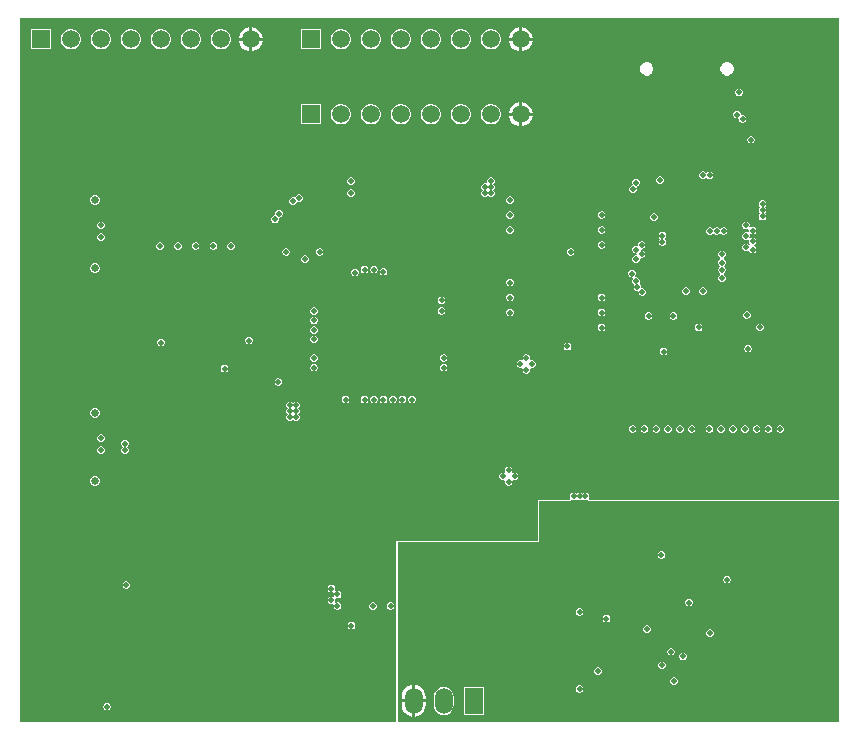
<source format=gbr>
%TF.GenerationSoftware,Altium Limited,Altium Designer,22.2.1 (43)*%
G04 Layer_Physical_Order=2*
G04 Layer_Color=36540*
%FSLAX26Y26*%
%MOIN*%
%TF.SameCoordinates,FBDAFD36-F916-462A-90D8-3015B88DE517*%
%TF.FilePolarity,Positive*%
%TF.FileFunction,Copper,L2,Inr,Signal*%
%TF.Part,Single*%
G01*
G75*
%TA.AperFunction,ComponentPad*%
%ADD79C,0.059055*%
%ADD80R,0.059055X0.059055*%
%ADD81R,0.059055X0.086614*%
%ADD82O,0.059055X0.086614*%
%ADD83C,0.025591*%
%TA.AperFunction,ViaPad*%
%ADD84C,0.018110*%
G36*
X3720472Y2362205D02*
X2887030D01*
X2884659Y2366905D01*
X2886570Y2371519D01*
Y2376514D01*
X2884659Y2381128D01*
X2881127Y2384660D01*
X2876513Y2386572D01*
X2871518D01*
X2866903Y2384660D01*
X2864173Y2381929D01*
X2861442Y2384660D01*
X2856828Y2386572D01*
X2851833D01*
X2847218Y2384660D01*
X2844488Y2381930D01*
X2841757Y2384660D01*
X2837143Y2386572D01*
X2832148D01*
X2827533Y2384660D01*
X2824001Y2381128D01*
X2822090Y2376514D01*
Y2371519D01*
X2824001Y2366905D01*
X2821630Y2362205D01*
X2716535D01*
Y2224409D01*
X2244094D01*
Y1620801D01*
X990879D01*
Y3969751D01*
X3720472D01*
Y2362205D01*
D02*
G37*
G36*
X2883648Y2360498D02*
X2884115Y2360096D01*
X2884352Y2359526D01*
X2885172Y2359186D01*
X2885845Y2358606D01*
X2886460Y2358652D01*
X2887030Y2358416D01*
X3720472D01*
Y1620801D01*
X2247883D01*
Y2220621D01*
X2716535D01*
X2719214Y2221731D01*
X2720324Y2224409D01*
Y2358416D01*
X2821630D01*
X2822200Y2358652D01*
X2822815Y2358606D01*
X2823488Y2359186D01*
X2824309Y2359526D01*
X2824545Y2360096D01*
X2825012Y2360498D01*
X2825874Y2362205D01*
X2830353D01*
X2832148Y2361461D01*
X2837143D01*
X2838937Y2362205D01*
X2850038D01*
X2851833Y2361461D01*
X2856828D01*
X2858622Y2362205D01*
X2869723D01*
X2871518Y2361461D01*
X2876513D01*
X2878307Y2362205D01*
X2882787D01*
X2883648Y2360498D01*
D02*
G37*
%LPC*%
G36*
X2663472Y3937165D02*
X2663268D01*
Y3902637D01*
X2697796D01*
Y3902841D01*
X2695102Y3912895D01*
X2689898Y3921908D01*
X2682539Y3929267D01*
X2673525Y3934471D01*
X2663472Y3937165D01*
D02*
G37*
G36*
X2653268D02*
X2653064D01*
X2643011Y3934471D01*
X2633998Y3929267D01*
X2626638Y3921908D01*
X2621434Y3912895D01*
X2618741Y3902841D01*
Y3902637D01*
X2653268D01*
Y3937165D01*
D02*
G37*
G36*
X1763472D02*
X1763268D01*
Y3902637D01*
X1797796D01*
Y3902841D01*
X1795102Y3912895D01*
X1789898Y3921908D01*
X1782539Y3929267D01*
X1773525Y3934471D01*
X1763472Y3937165D01*
D02*
G37*
G36*
X1753268D02*
X1753064D01*
X1743011Y3934471D01*
X1733998Y3929267D01*
X1726638Y3921908D01*
X1721435Y3912895D01*
X1718741Y3902841D01*
Y3902637D01*
X1753268D01*
Y3937165D01*
D02*
G37*
G36*
X1662616Y3930665D02*
X1653920D01*
X1645520Y3928415D01*
X1637988Y3924066D01*
X1631839Y3917917D01*
X1627491Y3910386D01*
X1625240Y3901986D01*
Y3893290D01*
X1627491Y3884890D01*
X1631839Y3877358D01*
X1637988Y3871209D01*
X1645520Y3866861D01*
X1653920Y3864610D01*
X1662616D01*
X1671016Y3866861D01*
X1678547Y3871209D01*
X1684697Y3877358D01*
X1689045Y3884890D01*
X1691295Y3893290D01*
Y3901986D01*
X1689045Y3910386D01*
X1684697Y3917917D01*
X1678547Y3924066D01*
X1671016Y3928415D01*
X1662616Y3930665D01*
D02*
G37*
G36*
X1562617D02*
X1553920D01*
X1545520Y3928415D01*
X1537989Y3924066D01*
X1531840Y3917917D01*
X1527492Y3910386D01*
X1525241Y3901986D01*
Y3893290D01*
X1527492Y3884890D01*
X1531840Y3877358D01*
X1537989Y3871209D01*
X1545520Y3866861D01*
X1553920Y3864610D01*
X1562617D01*
X1571016Y3866861D01*
X1578548Y3871209D01*
X1584697Y3877358D01*
X1589045Y3884890D01*
X1591296Y3893290D01*
Y3901986D01*
X1589045Y3910386D01*
X1584697Y3917917D01*
X1578548Y3924066D01*
X1571016Y3928415D01*
X1562617Y3930665D01*
D02*
G37*
G36*
X1091295D02*
X1025241D01*
Y3864610D01*
X1091295D01*
Y3930665D01*
D02*
G37*
G36*
X1462616Y3930665D02*
X1453920D01*
X1445520Y3928414D01*
X1437989Y3924066D01*
X1431840Y3917917D01*
X1427492Y3910386D01*
X1425241Y3901986D01*
Y3893290D01*
X1427492Y3884890D01*
X1431840Y3877358D01*
X1437989Y3871209D01*
X1445520Y3866861D01*
X1453920Y3864610D01*
X1462616D01*
X1471016Y3866861D01*
X1478548Y3871209D01*
X1484697Y3877358D01*
X1489045Y3884890D01*
X1491296Y3893290D01*
Y3901986D01*
X1489045Y3910386D01*
X1484697Y3917917D01*
X1478548Y3924066D01*
X1471016Y3928414D01*
X1462616Y3930665D01*
D02*
G37*
G36*
X1362616D02*
X1353919D01*
X1345520Y3928414D01*
X1337988Y3924066D01*
X1331839Y3917917D01*
X1327491Y3910386D01*
X1325240Y3901986D01*
Y3893290D01*
X1327491Y3884890D01*
X1331839Y3877358D01*
X1337988Y3871209D01*
X1345520Y3866861D01*
X1353919Y3864610D01*
X1362616D01*
X1371016Y3866861D01*
X1378547Y3871209D01*
X1384696Y3877358D01*
X1389044Y3884890D01*
X1391295Y3893290D01*
Y3901986D01*
X1389044Y3910386D01*
X1384696Y3917917D01*
X1378547Y3924066D01*
X1371016Y3928414D01*
X1362616Y3930665D01*
D02*
G37*
G36*
X1262616D02*
X1253920D01*
X1245520Y3928414D01*
X1237989Y3924066D01*
X1231840Y3917917D01*
X1227492Y3910386D01*
X1225241Y3901986D01*
Y3893290D01*
X1227492Y3884890D01*
X1231840Y3877358D01*
X1237989Y3871209D01*
X1245520Y3866861D01*
X1253920Y3864610D01*
X1262616D01*
X1271016Y3866861D01*
X1278548Y3871209D01*
X1284697Y3877358D01*
X1289045Y3884890D01*
X1291296Y3893290D01*
Y3901986D01*
X1289045Y3910386D01*
X1284697Y3917917D01*
X1278548Y3924066D01*
X1271016Y3928414D01*
X1262616Y3930665D01*
D02*
G37*
G36*
X2262616Y3930665D02*
X2253920D01*
X2245520Y3928414D01*
X2237989Y3924066D01*
X2231840Y3917917D01*
X2227491Y3910386D01*
X2225241Y3901986D01*
Y3893289D01*
X2227491Y3884890D01*
X2231840Y3877358D01*
X2237989Y3871209D01*
X2245520Y3866861D01*
X2253920Y3864610D01*
X2262616D01*
X2271016Y3866861D01*
X2278548Y3871209D01*
X2284697Y3877358D01*
X2289045Y3884890D01*
X2291296Y3893289D01*
Y3901986D01*
X2289045Y3910386D01*
X2284697Y3917917D01*
X2278548Y3924066D01*
X2271016Y3928414D01*
X2262616Y3930665D01*
D02*
G37*
G36*
X2362617Y3930665D02*
X2353920D01*
X2345520Y3928414D01*
X2337989Y3924066D01*
X2331840Y3917917D01*
X2327492Y3910386D01*
X2325241Y3901986D01*
Y3893289D01*
X2327492Y3884890D01*
X2331840Y3877358D01*
X2337989Y3871209D01*
X2345520Y3866861D01*
X2353920Y3864610D01*
X2362617D01*
X2371017Y3866861D01*
X2378548Y3871209D01*
X2384697Y3877358D01*
X2389045Y3884890D01*
X2391296Y3893289D01*
Y3901986D01*
X2389045Y3910386D01*
X2384697Y3917917D01*
X2378548Y3924066D01*
X2371017Y3928414D01*
X2362617Y3930665D01*
D02*
G37*
G36*
X2062616D02*
X2053920D01*
X2045520Y3928414D01*
X2037989Y3924066D01*
X2031840Y3917917D01*
X2027491Y3910386D01*
X2025241Y3901986D01*
Y3893289D01*
X2027491Y3884890D01*
X2031840Y3877358D01*
X2037989Y3871209D01*
X2045520Y3866861D01*
X2053920Y3864610D01*
X2062616D01*
X2071016Y3866861D01*
X2078548Y3871209D01*
X2084697Y3877358D01*
X2089045Y3884890D01*
X2091296Y3893289D01*
Y3901986D01*
X2089045Y3910386D01*
X2084697Y3917917D01*
X2078548Y3924066D01*
X2071016Y3928414D01*
X2062616Y3930665D01*
D02*
G37*
G36*
X1162616D02*
X1153920D01*
X1145520Y3928414D01*
X1137989Y3924066D01*
X1131839Y3917917D01*
X1127491Y3910386D01*
X1125241Y3901986D01*
Y3893289D01*
X1127491Y3884890D01*
X1131839Y3877358D01*
X1137989Y3871209D01*
X1145520Y3866861D01*
X1153920Y3864610D01*
X1162616D01*
X1171016Y3866861D01*
X1178547Y3871209D01*
X1184697Y3877358D01*
X1189045Y3884890D01*
X1191295Y3893289D01*
Y3901986D01*
X1189045Y3910386D01*
X1184697Y3917917D01*
X1178547Y3924066D01*
X1171016Y3928414D01*
X1162616Y3930665D01*
D02*
G37*
G36*
X2562617Y3930665D02*
X2553920D01*
X2545520Y3928414D01*
X2537989Y3924066D01*
X2531840Y3917917D01*
X2527492Y3910386D01*
X2525241Y3901986D01*
Y3893289D01*
X2527492Y3884889D01*
X2531840Y3877358D01*
X2537989Y3871209D01*
X2545520Y3866861D01*
X2553920Y3864610D01*
X2562617D01*
X2571017Y3866861D01*
X2578548Y3871209D01*
X2584697Y3877358D01*
X2589045Y3884889D01*
X2591296Y3893289D01*
Y3901986D01*
X2589045Y3910386D01*
X2584697Y3917917D01*
X2578548Y3924066D01*
X2571017Y3928414D01*
X2562617Y3930665D01*
D02*
G37*
G36*
X2162617D02*
X2153920D01*
X2145520Y3928414D01*
X2137989Y3924066D01*
X2131840Y3917917D01*
X2127492Y3910386D01*
X2125241Y3901986D01*
Y3893289D01*
X2127492Y3884889D01*
X2131840Y3877358D01*
X2137989Y3871209D01*
X2145520Y3866861D01*
X2153920Y3864610D01*
X2162617D01*
X2171016Y3866861D01*
X2178548Y3871209D01*
X2184697Y3877358D01*
X2189045Y3884889D01*
X2191296Y3893289D01*
Y3901986D01*
X2189045Y3910386D01*
X2184697Y3917917D01*
X2178548Y3924066D01*
X2171016Y3928414D01*
X2162617Y3930665D01*
D02*
G37*
G36*
X1991296D02*
X1925241D01*
Y3864610D01*
X1991296D01*
Y3930665D01*
D02*
G37*
G36*
X2462617Y3930665D02*
X2453920D01*
X2445520Y3928414D01*
X2437989Y3924066D01*
X2431840Y3917917D01*
X2427492Y3910385D01*
X2425241Y3901985D01*
Y3893289D01*
X2427492Y3884889D01*
X2431840Y3877358D01*
X2437989Y3871209D01*
X2445520Y3866861D01*
X2453920Y3864610D01*
X2462617D01*
X2471017Y3866861D01*
X2478548Y3871209D01*
X2484697Y3877358D01*
X2489045Y3884889D01*
X2491296Y3893289D01*
Y3901985D01*
X2489045Y3910385D01*
X2484697Y3917917D01*
X2478548Y3924066D01*
X2471017Y3928414D01*
X2462617Y3930665D01*
D02*
G37*
G36*
X2697796Y3892637D02*
X2663268D01*
Y3858110D01*
X2663472D01*
X2673525Y3860804D01*
X2682539Y3866008D01*
X2689898Y3873367D01*
X2695102Y3882380D01*
X2697796Y3892434D01*
Y3892637D01*
D02*
G37*
G36*
X2653268D02*
X2618741D01*
Y3892434D01*
X2621434Y3882380D01*
X2626638Y3873367D01*
X2633998Y3866008D01*
X2643011Y3860804D01*
X2653064Y3858110D01*
X2653268D01*
Y3892637D01*
D02*
G37*
G36*
X1797796D02*
X1763268D01*
Y3858110D01*
X1763472D01*
X1773525Y3860804D01*
X1782539Y3866008D01*
X1789898Y3873367D01*
X1795102Y3882380D01*
X1797796Y3892434D01*
Y3892637D01*
D02*
G37*
G36*
X1753268D02*
X1718741D01*
Y3892434D01*
X1721435Y3882380D01*
X1726638Y3873367D01*
X1733998Y3866008D01*
X1743011Y3860804D01*
X1753064Y3858110D01*
X1753268D01*
Y3892637D01*
D02*
G37*
G36*
X3350873Y3821413D02*
X3342041D01*
X3333881Y3818034D01*
X3327636Y3811788D01*
X3324256Y3803629D01*
Y3794797D01*
X3327636Y3786637D01*
X3333881Y3780392D01*
X3342041Y3777012D01*
X3350873D01*
X3359032Y3780392D01*
X3365278Y3786637D01*
X3368657Y3794797D01*
Y3803629D01*
X3365278Y3811788D01*
X3359032Y3818034D01*
X3350873Y3821413D01*
D02*
G37*
G36*
X3083156D02*
X3074324D01*
X3066164Y3818034D01*
X3059919Y3811788D01*
X3056539Y3803629D01*
Y3794797D01*
X3059919Y3786637D01*
X3066164Y3780392D01*
X3074324Y3777012D01*
X3083156D01*
X3091316Y3780392D01*
X3097561Y3786637D01*
X3100941Y3794797D01*
Y3803629D01*
X3097561Y3811788D01*
X3091316Y3818034D01*
X3083156Y3821413D01*
D02*
G37*
G36*
X3388324Y3733028D02*
X3383329D01*
X3378715Y3731116D01*
X3375183Y3727584D01*
X3373272Y3722970D01*
Y3717975D01*
X3375183Y3713360D01*
X3378715Y3709829D01*
X3383329Y3707917D01*
X3388324D01*
X3392939Y3709829D01*
X3396470Y3713360D01*
X3398382Y3717975D01*
Y3722970D01*
X3396470Y3727584D01*
X3392939Y3731116D01*
X3388324Y3733028D01*
D02*
G37*
G36*
X2663472Y3687165D02*
X2663268D01*
Y3652637D01*
X2697796D01*
Y3652841D01*
X2695102Y3662895D01*
X2689898Y3671908D01*
X2682539Y3679267D01*
X2673525Y3684471D01*
X2663472Y3687165D01*
D02*
G37*
G36*
X2653268D02*
X2653064D01*
X2643011Y3684471D01*
X2633998Y3679267D01*
X2626638Y3671908D01*
X2621434Y3662895D01*
X2618741Y3652841D01*
Y3652637D01*
X2653268D01*
Y3687165D01*
D02*
G37*
G36*
X3382322Y3659570D02*
X3377327D01*
X3372713Y3657659D01*
X3369181Y3654127D01*
X3367270Y3649513D01*
Y3644518D01*
X3369181Y3639903D01*
X3372713Y3636372D01*
X3377327Y3634460D01*
X3380521D01*
X3382404Y3634336D01*
X3385141Y3630216D01*
Y3629162D01*
X3387052Y3624547D01*
X3390584Y3621015D01*
X3395199Y3619104D01*
X3400193D01*
X3404808Y3621015D01*
X3408340Y3624547D01*
X3410251Y3629162D01*
Y3634157D01*
X3408340Y3638771D01*
X3404808Y3642303D01*
X3400193Y3644214D01*
X3396999D01*
X3395117Y3644338D01*
X3392380Y3648459D01*
Y3649513D01*
X3390468Y3654127D01*
X3386937Y3657659D01*
X3382322Y3659570D01*
D02*
G37*
G36*
X2362617Y3680665D02*
X2353920D01*
X2345521Y3678414D01*
X2337989Y3674066D01*
X2331840Y3667917D01*
X2327492Y3660386D01*
X2325241Y3651986D01*
Y3643290D01*
X2327492Y3634890D01*
X2331840Y3627358D01*
X2337989Y3621209D01*
X2345521Y3616861D01*
X2353920Y3614610D01*
X2362617D01*
X2371017Y3616861D01*
X2378548Y3621209D01*
X2384697Y3627358D01*
X2389045Y3634890D01*
X2391296Y3643290D01*
Y3651986D01*
X2389045Y3660386D01*
X2384697Y3667917D01*
X2378548Y3674066D01*
X2371017Y3678414D01*
X2362617Y3680665D01*
D02*
G37*
G36*
X2462617Y3680665D02*
X2453921D01*
X2445521Y3678414D01*
X2437989Y3674066D01*
X2431840Y3667917D01*
X2427492Y3660386D01*
X2425241Y3651986D01*
Y3643289D01*
X2427492Y3634890D01*
X2431840Y3627358D01*
X2437989Y3621209D01*
X2445521Y3616861D01*
X2453921Y3614610D01*
X2462617D01*
X2471017Y3616861D01*
X2478548Y3621209D01*
X2484697Y3627358D01*
X2489045Y3634890D01*
X2491296Y3643289D01*
Y3651986D01*
X2489045Y3660386D01*
X2484697Y3667917D01*
X2478548Y3674066D01*
X2471017Y3678414D01*
X2462617Y3680665D01*
D02*
G37*
G36*
X2262617D02*
X2253920D01*
X2245521Y3678414D01*
X2237989Y3674066D01*
X2231840Y3667917D01*
X2227492Y3660386D01*
X2225241Y3651986D01*
Y3643289D01*
X2227492Y3634890D01*
X2231840Y3627358D01*
X2237989Y3621209D01*
X2245521Y3616861D01*
X2253920Y3614610D01*
X2262617D01*
X2271017Y3616861D01*
X2278548Y3621209D01*
X2284697Y3627358D01*
X2289045Y3634890D01*
X2291296Y3643289D01*
Y3651986D01*
X2289045Y3660386D01*
X2284697Y3667917D01*
X2278548Y3674066D01*
X2271017Y3678414D01*
X2262617Y3680665D01*
D02*
G37*
G36*
X2562617Y3680665D02*
X2553920D01*
X2545521Y3678414D01*
X2537989Y3674066D01*
X2531840Y3667917D01*
X2527492Y3660386D01*
X2525241Y3651986D01*
Y3643289D01*
X2527492Y3634890D01*
X2531840Y3627358D01*
X2537989Y3621209D01*
X2545521Y3616861D01*
X2553920Y3614610D01*
X2562617D01*
X2571017Y3616861D01*
X2578548Y3621209D01*
X2584697Y3627358D01*
X2589045Y3634890D01*
X2591296Y3643289D01*
Y3651986D01*
X2589045Y3660386D01*
X2584697Y3667917D01*
X2578548Y3674066D01*
X2571017Y3678414D01*
X2562617Y3680665D01*
D02*
G37*
G36*
X2062617D02*
X2053920D01*
X2045520Y3678414D01*
X2037989Y3674066D01*
X2031840Y3667917D01*
X2027492Y3660386D01*
X2025241Y3651986D01*
Y3643289D01*
X2027492Y3634890D01*
X2031840Y3627358D01*
X2037989Y3621209D01*
X2045520Y3616861D01*
X2053920Y3614610D01*
X2062617D01*
X2071017Y3616861D01*
X2078548Y3621209D01*
X2084697Y3627358D01*
X2089045Y3634890D01*
X2091296Y3643289D01*
Y3651986D01*
X2089045Y3660386D01*
X2084697Y3667917D01*
X2078548Y3674066D01*
X2071017Y3678414D01*
X2062617Y3680665D01*
D02*
G37*
G36*
X1991296Y3680665D02*
X1925241D01*
Y3614610D01*
X1991296D01*
Y3680665D01*
D02*
G37*
G36*
X2162617Y3680665D02*
X2153920D01*
X2145521Y3678414D01*
X2137989Y3674066D01*
X2131840Y3667917D01*
X2127492Y3660385D01*
X2125241Y3651986D01*
Y3643289D01*
X2127492Y3634889D01*
X2131840Y3627358D01*
X2137989Y3621209D01*
X2145521Y3616861D01*
X2153920Y3614610D01*
X2162617D01*
X2171017Y3616861D01*
X2178548Y3621209D01*
X2184697Y3627358D01*
X2189045Y3634889D01*
X2191296Y3643289D01*
Y3651986D01*
X2189045Y3660385D01*
X2184697Y3667917D01*
X2178548Y3674066D01*
X2171017Y3678414D01*
X2162617Y3680665D01*
D02*
G37*
G36*
X2697796Y3642637D02*
X2663268D01*
Y3608110D01*
X2663472D01*
X2673525Y3610804D01*
X2682539Y3616008D01*
X2689898Y3623367D01*
X2695102Y3632380D01*
X2697796Y3642434D01*
Y3642637D01*
D02*
G37*
G36*
X2653268D02*
X2618741D01*
Y3642434D01*
X2621434Y3632380D01*
X2626638Y3623367D01*
X2633998Y3616008D01*
X2643011Y3610804D01*
X2653064Y3608110D01*
X2653268D01*
Y3642637D01*
D02*
G37*
G36*
X3427694Y3575547D02*
X3422700D01*
X3418085Y3573636D01*
X3414553Y3570104D01*
X3412642Y3565490D01*
Y3560495D01*
X3414553Y3555880D01*
X3418085Y3552348D01*
X3422700Y3550437D01*
X3427694D01*
X3432309Y3552348D01*
X3435841Y3555880D01*
X3437752Y3560495D01*
Y3565490D01*
X3435841Y3570104D01*
X3432309Y3573636D01*
X3427694Y3575547D01*
D02*
G37*
G36*
X3268686Y3457176D02*
X3263692D01*
X3259077Y3455264D01*
X3255545Y3451732D01*
X3253634Y3447118D01*
Y3442123D01*
X3255545Y3437509D01*
X3259077Y3433977D01*
X3263692Y3432065D01*
X3268686D01*
X3273301Y3433977D01*
X3273576Y3434252D01*
X3277285Y3437059D01*
X3280109Y3434252D01*
X3280826Y3433535D01*
X3285440Y3431624D01*
X3290435D01*
X3295050Y3433535D01*
X3298581Y3437067D01*
X3300493Y3441681D01*
Y3446676D01*
X3298581Y3451291D01*
X3295050Y3454822D01*
X3290435Y3456734D01*
X3285440D01*
X3280826Y3454822D01*
X3280551Y3454547D01*
X3276842Y3451740D01*
X3274018Y3454547D01*
X3273301Y3455264D01*
X3268686Y3457176D01*
D02*
G37*
G36*
X2561553Y3437752D02*
X2556558D01*
X2551943Y3435840D01*
X2548412Y3432309D01*
X2546500Y3427694D01*
Y3422699D01*
X2547070Y3421324D01*
X2543243Y3417497D01*
X2541868Y3418067D01*
X2536873D01*
X2532258Y3416155D01*
X2528727Y3412624D01*
X2526815Y3408009D01*
Y3403014D01*
X2528727Y3398400D01*
X2531457Y3395669D01*
X2528726Y3392939D01*
X2526815Y3388324D01*
Y3383329D01*
X2528726Y3378715D01*
X2532258Y3375183D01*
X2536873Y3373272D01*
X2541867D01*
X2546482Y3375183D01*
X2549213Y3377914D01*
X2551943Y3375183D01*
X2556558Y3373272D01*
X2561552D01*
X2566167Y3375183D01*
X2569699Y3378715D01*
X2571610Y3383329D01*
Y3388324D01*
X2569699Y3392939D01*
X2566968Y3395669D01*
X2569699Y3398400D01*
X2571610Y3403014D01*
Y3408009D01*
X2569699Y3412624D01*
X2566968Y3415354D01*
X2569699Y3418085D01*
X2571610Y3422699D01*
Y3427694D01*
X2569699Y3432309D01*
X2566167Y3435840D01*
X2561553Y3437752D01*
D02*
G37*
G36*
X3124339Y3441738D02*
X3119344D01*
X3114730Y3439826D01*
X3111198Y3436294D01*
X3109287Y3431680D01*
Y3426685D01*
X3111198Y3422070D01*
X3114730Y3418539D01*
X3119344Y3416627D01*
X3124339D01*
X3128954Y3418539D01*
X3132485Y3422070D01*
X3134397Y3426685D01*
Y3431680D01*
X3132485Y3436294D01*
X3128954Y3439826D01*
X3124339Y3441738D01*
D02*
G37*
G36*
X2095859Y3437752D02*
X2090864D01*
X2086250Y3435841D01*
X2082718Y3432309D01*
X2080806Y3427694D01*
Y3422700D01*
X2082718Y3418085D01*
X2086250Y3414553D01*
X2090864Y3412642D01*
X2095859D01*
X2100473Y3414553D01*
X2104005Y3418085D01*
X2105917Y3422700D01*
Y3427694D01*
X2104005Y3432309D01*
X2100473Y3435841D01*
X2095859Y3437752D01*
D02*
G37*
G36*
X3045357Y3432763D02*
X3040362D01*
X3035747Y3430851D01*
X3032215Y3427320D01*
X3030304Y3422705D01*
Y3417710D01*
X3031260Y3415402D01*
X3030034Y3411183D01*
X3028547Y3409881D01*
X3025192Y3408491D01*
X3021660Y3404959D01*
X3019749Y3400345D01*
Y3395350D01*
X3021660Y3390735D01*
X3025192Y3387204D01*
X3029807Y3385292D01*
X3034801D01*
X3039416Y3387204D01*
X3042948Y3390735D01*
X3044859Y3395350D01*
Y3400345D01*
X3043903Y3402653D01*
X3045130Y3406871D01*
X3046616Y3408174D01*
X3049971Y3409564D01*
X3053503Y3413096D01*
X3055414Y3417710D01*
Y3422705D01*
X3053503Y3427320D01*
X3049971Y3430851D01*
X3045357Y3432763D01*
D02*
G37*
G36*
X2095859Y3398382D02*
X2090864D01*
X2086250Y3396470D01*
X2082718Y3392939D01*
X2080806Y3388324D01*
Y3383329D01*
X2082718Y3378715D01*
X2086250Y3375183D01*
X2090864Y3373272D01*
X2095859D01*
X2100473Y3375183D01*
X2104005Y3378715D01*
X2105917Y3383329D01*
Y3388324D01*
X2104005Y3392939D01*
X2100473Y3396470D01*
X2095859Y3398382D01*
D02*
G37*
G36*
X2625535Y3374956D02*
X2620540D01*
X2615925Y3373045D01*
X2612393Y3369513D01*
X2610482Y3364899D01*
Y3359904D01*
X2612393Y3355289D01*
X2615925Y3351758D01*
X2620540Y3349846D01*
X2625535D01*
X2630149Y3351758D01*
X2633681Y3355289D01*
X2635592Y3359904D01*
Y3364899D01*
X2633681Y3369513D01*
X2630149Y3373045D01*
X2625535Y3374956D01*
D02*
G37*
G36*
X1921789Y3381854D02*
X1916794D01*
X1912179Y3379942D01*
X1908648Y3376411D01*
X1906736Y3371796D01*
X1902104Y3371008D01*
X1897109D01*
X1892495Y3369096D01*
X1888963Y3365565D01*
X1887052Y3360950D01*
Y3355955D01*
X1888963Y3351341D01*
X1892495Y3347809D01*
X1897109Y3345898D01*
X1902104D01*
X1906719Y3347809D01*
X1910250Y3351341D01*
X1912162Y3355955D01*
X1916794Y3356744D01*
X1921789D01*
X1926403Y3358655D01*
X1929935Y3362187D01*
X1931846Y3366801D01*
Y3371796D01*
X1929935Y3376411D01*
X1926403Y3379942D01*
X1921789Y3381854D01*
D02*
G37*
G36*
X1243399Y3378106D02*
X1236916D01*
X1230927Y3375626D01*
X1226343Y3371042D01*
X1223862Y3365052D01*
Y3358570D01*
X1226343Y3352581D01*
X1230927Y3347997D01*
X1236916Y3345516D01*
X1243399D01*
X1249388Y3347997D01*
X1253972Y3352581D01*
X1256453Y3358570D01*
Y3365052D01*
X1253972Y3371042D01*
X1249388Y3375626D01*
X1243399Y3378106D01*
D02*
G37*
G36*
X2930642Y3324957D02*
X2925647D01*
X2921032Y3323045D01*
X2917500Y3319514D01*
X2915589Y3314899D01*
Y3309904D01*
X2917500Y3305290D01*
X2921032Y3301758D01*
X2925647Y3299847D01*
X2930642D01*
X2935256Y3301758D01*
X2938788Y3305290D01*
X2940699Y3309904D01*
Y3314899D01*
X2938788Y3319514D01*
X2935256Y3323045D01*
X2930642Y3324957D01*
D02*
G37*
G36*
X2625535Y3324956D02*
X2620540D01*
X2615925Y3323045D01*
X2612394Y3319513D01*
X2610482Y3314899D01*
Y3309904D01*
X2612394Y3305289D01*
X2615925Y3301758D01*
X2620540Y3299846D01*
X2625535D01*
X2630149Y3301758D01*
X2633681Y3305289D01*
X2635593Y3309904D01*
Y3314899D01*
X2633681Y3319513D01*
X2630149Y3323045D01*
X2625535Y3324956D01*
D02*
G37*
G36*
X3467064Y3360556D02*
X3462069D01*
X3457454Y3358645D01*
X3453923Y3355113D01*
X3452011Y3350499D01*
Y3345504D01*
X3453923Y3340889D01*
X3457039Y3337773D01*
X3453923Y3334656D01*
X3452011Y3330042D01*
Y3325047D01*
X3453923Y3320432D01*
X3457040Y3317315D01*
X3453923Y3314198D01*
X3452012Y3309584D01*
Y3304589D01*
X3453923Y3299975D01*
X3457455Y3296443D01*
X3462070Y3294532D01*
X3467064D01*
X3471679Y3296443D01*
X3475211Y3299975D01*
X3477122Y3304589D01*
Y3309584D01*
X3475211Y3314198D01*
X3472093Y3317316D01*
X3475210Y3320432D01*
X3477122Y3325047D01*
Y3330042D01*
X3475210Y3334656D01*
X3472093Y3337773D01*
X3475210Y3340889D01*
X3477122Y3345504D01*
Y3350499D01*
X3475210Y3355113D01*
X3471678Y3358645D01*
X3467064Y3360556D01*
D02*
G37*
G36*
X3105833Y3318682D02*
X3100838D01*
X3096224Y3316771D01*
X3092692Y3313239D01*
X3090780Y3308625D01*
Y3303630D01*
X3092692Y3299015D01*
X3096224Y3295483D01*
X3100838Y3293572D01*
X3105833D01*
X3110448Y3295483D01*
X3113979Y3299015D01*
X3115891Y3303630D01*
Y3308625D01*
X3113979Y3313239D01*
X3110448Y3316771D01*
X3105833Y3318682D01*
D02*
G37*
G36*
X1855625Y3329484D02*
X1850630D01*
X1846016Y3327573D01*
X1842484Y3324041D01*
X1840572Y3319426D01*
Y3314432D01*
X1837079Y3309799D01*
X1835900D01*
X1831286Y3307888D01*
X1827754Y3304356D01*
X1825843Y3299741D01*
Y3294747D01*
X1827754Y3290132D01*
X1831286Y3286600D01*
X1835900Y3284689D01*
X1840895D01*
X1845510Y3286600D01*
X1849042Y3290132D01*
X1850953Y3294747D01*
Y3299741D01*
X1854446Y3304374D01*
X1855625D01*
X1860239Y3306285D01*
X1863771Y3309817D01*
X1865683Y3314432D01*
Y3319426D01*
X1863771Y3324041D01*
X1860239Y3327573D01*
X1855625Y3329484D01*
D02*
G37*
G36*
X3337292Y3270898D02*
X3332297D01*
X3327682Y3268987D01*
X3326502Y3267807D01*
X3323236Y3265970D01*
X3319969Y3267807D01*
X3318789Y3268987D01*
X3314175Y3270898D01*
X3309180D01*
X3304565Y3268987D01*
X3303385Y3267807D01*
X3300119Y3265970D01*
X3296852Y3267807D01*
X3295672Y3268987D01*
X3291058Y3270898D01*
X3286063D01*
X3281448Y3268987D01*
X3277916Y3265455D01*
X3276005Y3260841D01*
Y3255846D01*
X3277916Y3251231D01*
X3281448Y3247700D01*
X3286063Y3245788D01*
X3291058D01*
X3295672Y3247700D01*
X3296852Y3248880D01*
X3300119Y3250717D01*
X3303385Y3248880D01*
X3304565Y3247700D01*
X3309180Y3245788D01*
X3314175D01*
X3318789Y3247700D01*
X3319969Y3248880D01*
X3323236Y3250717D01*
X3326502Y3248880D01*
X3327682Y3247700D01*
X3332297Y3245788D01*
X3337292D01*
X3341906Y3247700D01*
X3345438Y3251231D01*
X3347349Y3255846D01*
Y3260841D01*
X3345438Y3265455D01*
X3341906Y3268987D01*
X3337292Y3270898D01*
D02*
G37*
G36*
X1262340Y3290114D02*
X1257345D01*
X1252731Y3288203D01*
X1249199Y3284671D01*
X1247287Y3280057D01*
Y3275062D01*
X1249199Y3270447D01*
X1252731Y3266915D01*
X1257345Y3265004D01*
X1262340D01*
X1266954Y3266915D01*
X1270486Y3270447D01*
X1272398Y3275062D01*
Y3280057D01*
X1270486Y3284671D01*
X1266954Y3288203D01*
X1262340Y3290114D01*
D02*
G37*
G36*
X3411085Y3289670D02*
X3406090D01*
X3401475Y3287759D01*
X3397943Y3284227D01*
X3396032Y3279612D01*
Y3274617D01*
X3397943Y3270003D01*
X3401475Y3266471D01*
X3406090Y3264560D01*
X3411085D01*
X3415084Y3266216D01*
X3417001Y3265105D01*
X3419117Y3262887D01*
X3418895Y3262352D01*
Y3257358D01*
X3419168Y3256700D01*
X3416894Y3254365D01*
X3415135Y3253371D01*
X3411085Y3255048D01*
X3406090D01*
X3401475Y3253137D01*
X3397943Y3249605D01*
X3396032Y3244991D01*
Y3239996D01*
X3397943Y3235381D01*
X3401475Y3231850D01*
X3406090Y3229938D01*
X3411085D01*
X3415492Y3231764D01*
X3416262Y3231404D01*
X3419645Y3228725D01*
X3418895Y3226914D01*
Y3221919D01*
X3420807Y3217305D01*
X3422159Y3215952D01*
X3421776Y3211446D01*
X3419231Y3211372D01*
X3415699Y3214904D01*
X3411085Y3216815D01*
X3406090D01*
X3401475Y3214904D01*
X3397943Y3211372D01*
X3396032Y3206758D01*
Y3201763D01*
X3397943Y3197148D01*
X3401475Y3193617D01*
X3406090Y3191705D01*
X3411085D01*
X3414327Y3193048D01*
X3416015Y3193433D01*
X3420169Y3191015D01*
X3420807Y3189475D01*
X3424338Y3185943D01*
X3428953Y3184032D01*
X3433948D01*
X3438562Y3185943D01*
X3442094Y3189475D01*
X3444006Y3194090D01*
Y3199084D01*
X3442094Y3203699D01*
X3438562Y3207231D01*
X3437198Y3207796D01*
Y3213208D01*
X3438562Y3213773D01*
X3442094Y3217305D01*
X3444006Y3221919D01*
Y3226914D01*
X3442094Y3231528D01*
X3438562Y3235060D01*
X3433948Y3236972D01*
X3428953D01*
X3424545Y3235146D01*
X3423776Y3235506D01*
X3420392Y3238185D01*
X3421142Y3239996D01*
Y3244991D01*
X3420870Y3245648D01*
X3423144Y3247984D01*
X3424903Y3248978D01*
X3428953Y3247300D01*
X3433948D01*
X3438562Y3249211D01*
X3442094Y3252743D01*
X3444006Y3257358D01*
Y3262352D01*
X3442094Y3266967D01*
X3438562Y3270499D01*
X3433948Y3272410D01*
X3428953D01*
X3424954Y3270754D01*
X3423036Y3271865D01*
X3420921Y3274083D01*
X3421142Y3274617D01*
Y3279612D01*
X3419231Y3284227D01*
X3415699Y3287759D01*
X3411085Y3289670D01*
D02*
G37*
G36*
X2930642Y3274957D02*
X2925647D01*
X2921032Y3273046D01*
X2917500Y3269514D01*
X2915589Y3264899D01*
Y3259904D01*
X2917500Y3255290D01*
X2921032Y3251758D01*
X2925647Y3249847D01*
X2930642D01*
X2935256Y3251758D01*
X2938788Y3255290D01*
X2940699Y3259904D01*
Y3264899D01*
X2938788Y3269514D01*
X2935256Y3273046D01*
X2930642Y3274957D01*
D02*
G37*
G36*
X2625535Y3274957D02*
X2620540D01*
X2615925Y3273045D01*
X2612394Y3269513D01*
X2610482Y3264899D01*
Y3259904D01*
X2612394Y3255290D01*
X2615925Y3251758D01*
X2620540Y3249846D01*
X2625535D01*
X2630149Y3251758D01*
X2633681Y3255290D01*
X2635593Y3259904D01*
Y3264899D01*
X2633681Y3269513D01*
X2630149Y3273045D01*
X2625535Y3274957D01*
D02*
G37*
G36*
X1262340Y3250744D02*
X1257345D01*
X1252730Y3248832D01*
X1249199Y3245301D01*
X1247287Y3240686D01*
Y3235691D01*
X1249199Y3231077D01*
X1252730Y3227545D01*
X1257345Y3225634D01*
X1262340D01*
X1266954Y3227545D01*
X1270486Y3231077D01*
X1272398Y3235691D01*
Y3240686D01*
X1270486Y3245301D01*
X1266954Y3248832D01*
X1262340Y3250744D01*
D02*
G37*
G36*
X3133147Y3255733D02*
X3128152D01*
X3123538Y3253821D01*
X3120006Y3250289D01*
X3118095Y3245675D01*
Y3240680D01*
X3120006Y3236066D01*
X3120542Y3235529D01*
X3123308Y3232263D01*
X3120542Y3228996D01*
X3120006Y3228460D01*
X3118095Y3223845D01*
Y3218850D01*
X3120006Y3214236D01*
X3123538Y3210704D01*
X3128152Y3208793D01*
X3133147D01*
X3137762Y3210704D01*
X3141293Y3214236D01*
X3143205Y3218850D01*
Y3223845D01*
X3141293Y3228460D01*
X3140757Y3228996D01*
X3137991Y3232263D01*
X3140757Y3235529D01*
X3141293Y3236066D01*
X3143205Y3240680D01*
Y3245675D01*
X3141293Y3250289D01*
X3137762Y3253821D01*
X3133147Y3255733D01*
D02*
G37*
G36*
X2930642Y3224957D02*
X2925647D01*
X2921032Y3223045D01*
X2917501Y3219514D01*
X2915589Y3214899D01*
Y3209904D01*
X2917501Y3205290D01*
X2921032Y3201758D01*
X2925647Y3199847D01*
X2930642D01*
X2935256Y3201758D01*
X2938788Y3205290D01*
X2940700Y3209904D01*
Y3214899D01*
X2938788Y3219514D01*
X2935256Y3223045D01*
X2930642Y3224957D01*
D02*
G37*
G36*
X1695411Y3221216D02*
X1690416D01*
X1685802Y3219305D01*
X1682270Y3215773D01*
X1680358Y3211159D01*
Y3206164D01*
X1682270Y3201550D01*
X1685802Y3198018D01*
X1690416Y3196106D01*
X1695411D01*
X1700025Y3198018D01*
X1703557Y3201550D01*
X1705469Y3206164D01*
Y3211159D01*
X1703557Y3215773D01*
X1700025Y3219305D01*
X1695411Y3221216D01*
D02*
G37*
G36*
X1636356D02*
X1631361D01*
X1626746Y3219305D01*
X1623215Y3215773D01*
X1621303Y3211159D01*
Y3206164D01*
X1623215Y3201550D01*
X1626746Y3198018D01*
X1631361Y3196106D01*
X1636356D01*
X1640970Y3198018D01*
X1644502Y3201550D01*
X1646414Y3206164D01*
Y3211159D01*
X1644502Y3215773D01*
X1640970Y3219305D01*
X1636356Y3221216D01*
D02*
G37*
G36*
X1577301D02*
X1572306D01*
X1567691Y3219305D01*
X1564160Y3215773D01*
X1562248Y3211159D01*
Y3206164D01*
X1564160Y3201550D01*
X1567691Y3198018D01*
X1572306Y3196106D01*
X1577301D01*
X1581915Y3198018D01*
X1585447Y3201550D01*
X1587358Y3206164D01*
Y3211159D01*
X1585447Y3215773D01*
X1581915Y3219305D01*
X1577301Y3221216D01*
D02*
G37*
G36*
X1518245D02*
X1513251D01*
X1508636Y3219305D01*
X1505104Y3215773D01*
X1503193Y3211159D01*
Y3206164D01*
X1505104Y3201550D01*
X1508636Y3198018D01*
X1513251Y3196106D01*
X1518245D01*
X1522860Y3198018D01*
X1526392Y3201550D01*
X1528303Y3206164D01*
Y3211159D01*
X1526392Y3215773D01*
X1522860Y3219305D01*
X1518245Y3221216D01*
D02*
G37*
G36*
X1459190D02*
X1454196D01*
X1449581Y3219305D01*
X1446049Y3215773D01*
X1444138Y3211159D01*
Y3206164D01*
X1446049Y3201550D01*
X1449581Y3198018D01*
X1454196Y3196106D01*
X1459190D01*
X1463805Y3198018D01*
X1467337Y3201550D01*
X1469248Y3206164D01*
Y3211159D01*
X1467337Y3215773D01*
X1463805Y3219305D01*
X1459190Y3221216D01*
D02*
G37*
G36*
X1879318Y3202127D02*
X1874324D01*
X1869709Y3200216D01*
X1866177Y3196684D01*
X1864266Y3192069D01*
Y3187075D01*
X1866177Y3182460D01*
X1869709Y3178928D01*
X1874324Y3177017D01*
X1879318D01*
X1883933Y3178928D01*
X1887465Y3182460D01*
X1889376Y3187075D01*
Y3192069D01*
X1887465Y3196684D01*
X1883933Y3200216D01*
X1879318Y3202127D01*
D02*
G37*
G36*
X2827300Y3201532D02*
X2822306D01*
X2817691Y3199620D01*
X2814159Y3196088D01*
X2812248Y3191474D01*
Y3186479D01*
X2814159Y3181865D01*
X2817691Y3178333D01*
X2822306Y3176421D01*
X2827300D01*
X2831915Y3178333D01*
X2835447Y3181865D01*
X2837358Y3186479D01*
Y3191474D01*
X2835447Y3196088D01*
X2831915Y3199620D01*
X2827300Y3201532D01*
D02*
G37*
G36*
X1990687D02*
X1985692D01*
X1981077Y3199620D01*
X1977545Y3196088D01*
X1975634Y3191474D01*
Y3186479D01*
X1977545Y3181865D01*
X1981077Y3178333D01*
X1985692Y3176421D01*
X1990687D01*
X1995301Y3178333D01*
X1998833Y3181865D01*
X2000744Y3186479D01*
Y3191474D01*
X1998833Y3196088D01*
X1995301Y3199620D01*
X1990687Y3201532D01*
D02*
G37*
G36*
X1941474Y3178560D02*
X1936479D01*
X1931865Y3176649D01*
X1928333Y3173117D01*
X1926421Y3168502D01*
Y3163508D01*
X1928333Y3158893D01*
X1931865Y3155361D01*
X1936479Y3153450D01*
X1941474D01*
X1946089Y3155361D01*
X1949620Y3158893D01*
X1951532Y3163508D01*
Y3168502D01*
X1949620Y3173117D01*
X1946089Y3176649D01*
X1941474Y3178560D01*
D02*
G37*
G36*
X3063967Y3225154D02*
X3058973D01*
X3054358Y3223243D01*
X3050826Y3219711D01*
X3048915Y3215096D01*
Y3213145D01*
X3044992Y3209510D01*
X3044296Y3209405D01*
X3039884D01*
X3035269Y3207494D01*
X3031738Y3203962D01*
X3029826Y3199347D01*
Y3194353D01*
X3031738Y3189738D01*
X3035269Y3186206D01*
X3039884Y3184295D01*
X3043812D01*
X3044901Y3181532D01*
X3041455Y3177909D01*
X3039884D01*
X3035270Y3175998D01*
X3031738Y3172466D01*
X3029827Y3167851D01*
Y3162857D01*
X3031738Y3158242D01*
X3035270Y3154710D01*
X3039884Y3152799D01*
X3044879D01*
X3049494Y3154710D01*
X3053025Y3158242D01*
X3054937Y3162857D01*
Y3164807D01*
X3058860Y3168442D01*
X3059556Y3168547D01*
X3063967D01*
X3068582Y3170458D01*
X3072114Y3173990D01*
X3074025Y3178605D01*
Y3183599D01*
X3072114Y3188214D01*
X3068582Y3191746D01*
X3063967Y3193657D01*
X3060036D01*
X3058949Y3196418D01*
X3062396Y3200044D01*
X3063967D01*
X3068582Y3201955D01*
X3072114Y3205487D01*
X3074025Y3210102D01*
Y3215096D01*
X3072114Y3219711D01*
X3068582Y3223243D01*
X3063967Y3225154D01*
D02*
G37*
G36*
X1243399Y3150548D02*
X1236916D01*
X1230927Y3148067D01*
X1226343Y3143483D01*
X1223862Y3137494D01*
Y3131011D01*
X1226343Y3125022D01*
X1230927Y3120438D01*
X1236916Y3117957D01*
X1243399D01*
X1249388Y3120438D01*
X1253972Y3125022D01*
X1256453Y3131011D01*
Y3137494D01*
X1253972Y3143483D01*
X1249388Y3148067D01*
X1243399Y3150548D01*
D02*
G37*
G36*
X2171789Y3142477D02*
X2166794D01*
X2162179Y3140566D01*
X2158648Y3137034D01*
X2156736Y3132419D01*
Y3127424D01*
X2158648Y3122810D01*
X2162179Y3119278D01*
X2166794Y3117367D01*
X2171789D01*
X2176403Y3119278D01*
X2179935Y3122810D01*
X2181846Y3127424D01*
Y3132419D01*
X2179935Y3137034D01*
X2176403Y3140566D01*
X2171789Y3142477D01*
D02*
G37*
G36*
X2140292Y3142477D02*
X2135298D01*
X2130683Y3140565D01*
X2127151Y3137033D01*
X2125240Y3132419D01*
Y3127424D01*
X2127151Y3122809D01*
X2130683Y3119278D01*
X2135298Y3117366D01*
X2140292D01*
X2144907Y3119278D01*
X2148439Y3122809D01*
X2150350Y3127424D01*
Y3132419D01*
X2148439Y3137033D01*
X2144907Y3140565D01*
X2140292Y3142477D01*
D02*
G37*
G36*
X2203285Y3135530D02*
X2198290D01*
X2193675Y3133618D01*
X2190144Y3130087D01*
X2188232Y3125472D01*
Y3120477D01*
X2190144Y3115863D01*
X2193675Y3112331D01*
X2198290Y3110420D01*
X2203285D01*
X2207899Y3112331D01*
X2211431Y3115863D01*
X2213342Y3120477D01*
Y3125472D01*
X2211431Y3130087D01*
X2207899Y3133618D01*
X2203285Y3135530D01*
D02*
G37*
G36*
X2108797Y3132634D02*
X2103802D01*
X2099187Y3130722D01*
X2095655Y3127191D01*
X2093744Y3122576D01*
Y3117581D01*
X2095655Y3112967D01*
X2099187Y3109435D01*
X2103802Y3107524D01*
X2108797D01*
X2113411Y3109435D01*
X2116943Y3112967D01*
X2118854Y3117581D01*
Y3122576D01*
X2116943Y3127191D01*
X2113411Y3130722D01*
X2108797Y3132634D01*
D02*
G37*
G36*
X3332070Y3193652D02*
X3327076D01*
X3322461Y3191741D01*
X3318929Y3188209D01*
X3317018Y3183594D01*
Y3178599D01*
X3318929Y3173985D01*
X3322461Y3170453D01*
X3323492Y3170026D01*
Y3164614D01*
X3322461Y3164188D01*
X3318930Y3160656D01*
X3317018Y3156041D01*
Y3151046D01*
X3318930Y3146432D01*
X3320363Y3144999D01*
X3321909Y3141732D01*
X3320363Y3138466D01*
X3318930Y3137033D01*
X3317018Y3132419D01*
Y3127424D01*
X3318930Y3122809D01*
X3322461Y3119278D01*
X3323492Y3118851D01*
Y3113438D01*
X3322461Y3113011D01*
X3318930Y3109480D01*
X3317018Y3104865D01*
Y3099870D01*
X3318930Y3095256D01*
X3322461Y3091724D01*
X3327076Y3089813D01*
X3332071D01*
X3336685Y3091724D01*
X3340217Y3095256D01*
X3342128Y3099870D01*
Y3104865D01*
X3340217Y3109480D01*
X3336685Y3113011D01*
X3335654Y3113438D01*
Y3118851D01*
X3336685Y3119278D01*
X3340217Y3122809D01*
X3342128Y3127424D01*
Y3132419D01*
X3340217Y3137033D01*
X3338784Y3138466D01*
X3337238Y3141733D01*
X3338784Y3144999D01*
X3340217Y3146432D01*
X3342128Y3151046D01*
Y3156041D01*
X3340217Y3160656D01*
X3336685Y3164188D01*
X3335655Y3164614D01*
Y3170026D01*
X3336685Y3170453D01*
X3340217Y3173985D01*
X3342128Y3178599D01*
Y3183594D01*
X3340217Y3188209D01*
X3336685Y3191741D01*
X3332070Y3193652D01*
D02*
G37*
G36*
X2625534Y3099366D02*
X2620540D01*
X2615925Y3097455D01*
X2612393Y3093923D01*
X2610482Y3089308D01*
Y3084314D01*
X2612393Y3079699D01*
X2615925Y3076167D01*
X2620540Y3074256D01*
X2625534D01*
X2630149Y3076167D01*
X2633681Y3079699D01*
X2635592Y3084314D01*
Y3089308D01*
X2633681Y3093923D01*
X2630149Y3097455D01*
X2625534Y3099366D01*
D02*
G37*
G36*
X3212504Y3070760D02*
X3207509D01*
X3202895Y3068849D01*
X3199363Y3065317D01*
X3197452Y3060703D01*
Y3055708D01*
X3199363Y3051093D01*
X3202895Y3047562D01*
X3207509Y3045650D01*
X3212504D01*
X3217119Y3047562D01*
X3220651Y3051093D01*
X3222562Y3055708D01*
Y3060703D01*
X3220651Y3065317D01*
X3217119Y3068849D01*
X3212504Y3070760D01*
D02*
G37*
G36*
X3268522Y3070760D02*
X3263527D01*
X3258912Y3068849D01*
X3255381Y3065317D01*
X3253469Y3060703D01*
Y3055708D01*
X3255381Y3051093D01*
X3258912Y3047561D01*
X3263527Y3045650D01*
X3268522D01*
X3273136Y3047561D01*
X3276668Y3051093D01*
X3278579Y3055708D01*
Y3060703D01*
X3276668Y3065317D01*
X3273136Y3068849D01*
X3268522Y3070760D01*
D02*
G37*
G36*
X3031448Y3129189D02*
X3026454D01*
X3021839Y3127278D01*
X3018307Y3123746D01*
X3016396Y3119132D01*
Y3114137D01*
X3018307Y3109522D01*
X3021839Y3105990D01*
X3026454Y3104079D01*
X3029954D01*
X3032120Y3100547D01*
X3032462Y3099805D01*
X3032544Y3099460D01*
X3030730Y3095082D01*
Y3090087D01*
X3032642Y3085472D01*
X3036173Y3081941D01*
X3036317Y3076469D01*
X3035031Y3073363D01*
Y3068369D01*
X3036942Y3063754D01*
X3040474Y3060222D01*
X3045088Y3058311D01*
X3046401D01*
X3050199Y3057739D01*
X3051020Y3053692D01*
Y3052621D01*
X3052931Y3048006D01*
X3056463Y3044474D01*
X3061078Y3042563D01*
X3066072D01*
X3070687Y3044474D01*
X3074219Y3048006D01*
X3076130Y3052621D01*
Y3057615D01*
X3074219Y3062230D01*
X3070687Y3065762D01*
X3066072Y3067673D01*
X3064760D01*
X3060962Y3068245D01*
X3060141Y3072293D01*
Y3073363D01*
X3058230Y3077978D01*
X3054698Y3081510D01*
X3054554Y3086981D01*
X3055840Y3090087D01*
Y3095082D01*
X3053929Y3099696D01*
X3050397Y3103228D01*
X3045783Y3105139D01*
X3042283D01*
X3040116Y3108672D01*
X3039774Y3109414D01*
X3039693Y3109759D01*
X3041506Y3114137D01*
Y3119132D01*
X3039595Y3123746D01*
X3036063Y3127278D01*
X3031448Y3129189D01*
D02*
G37*
G36*
X2930642Y3049366D02*
X2925647D01*
X2921032Y3047455D01*
X2917501Y3043923D01*
X2915589Y3039308D01*
Y3034314D01*
X2917501Y3029699D01*
X2921032Y3026167D01*
X2925647Y3024256D01*
X2930642D01*
X2935256Y3026167D01*
X2938788Y3029699D01*
X2940699Y3034314D01*
Y3039308D01*
X2938788Y3043923D01*
X2935256Y3047455D01*
X2930642Y3049366D01*
D02*
G37*
G36*
X2625535Y3049366D02*
X2620540D01*
X2615925Y3047454D01*
X2612394Y3043923D01*
X2610482Y3039308D01*
Y3034313D01*
X2612394Y3029699D01*
X2615925Y3026167D01*
X2620540Y3024256D01*
X2625535D01*
X2630149Y3026167D01*
X2633681Y3029699D01*
X2635593Y3034313D01*
Y3039308D01*
X2633681Y3043923D01*
X2630149Y3047454D01*
X2625535Y3049366D01*
D02*
G37*
G36*
X2397125Y3040116D02*
X2392131D01*
X2387516Y3038205D01*
X2383984Y3034673D01*
X2382073Y3030058D01*
Y3025064D01*
X2383984Y3020449D01*
X2387516Y3016917D01*
X2392131Y3015006D01*
X2397125D01*
X2401740Y3016917D01*
X2405272Y3020449D01*
X2407183Y3025064D01*
Y3030058D01*
X2405272Y3034673D01*
X2401740Y3038205D01*
X2397125Y3040116D01*
D02*
G37*
G36*
Y3004681D02*
X2392131D01*
X2387516Y3002770D01*
X2383984Y2999238D01*
X2382073Y2994624D01*
Y2989629D01*
X2383984Y2985014D01*
X2387516Y2981483D01*
X2392131Y2979571D01*
X2397125D01*
X2401740Y2981483D01*
X2405272Y2985014D01*
X2407183Y2989629D01*
Y2994624D01*
X2405272Y2999238D01*
X2401740Y3002770D01*
X2397125Y3004681D01*
D02*
G37*
G36*
X1971001Y3004681D02*
X1966006D01*
X1961392Y3002770D01*
X1957860Y2999238D01*
X1955948Y2994623D01*
Y2989629D01*
X1957860Y2985014D01*
X1961392Y2981482D01*
X1966006Y2979571D01*
X1971001D01*
X1975616Y2981482D01*
X1979147Y2985014D01*
X1981059Y2989629D01*
Y2994623D01*
X1979147Y2999238D01*
X1975616Y3002770D01*
X1971001Y3004681D01*
D02*
G37*
G36*
X2930642Y2999366D02*
X2925647D01*
X2921032Y2997455D01*
X2917501Y2993923D01*
X2915589Y2989309D01*
Y2984314D01*
X2917501Y2979699D01*
X2921032Y2976167D01*
X2925647Y2974256D01*
X2930642D01*
X2935256Y2976167D01*
X2938788Y2979699D01*
X2940699Y2984314D01*
Y2989309D01*
X2938788Y2993923D01*
X2935256Y2997455D01*
X2930642Y2999366D01*
D02*
G37*
G36*
X2625535Y2999366D02*
X2620540D01*
X2615925Y2997455D01*
X2612394Y2993923D01*
X2610482Y2989308D01*
Y2984314D01*
X2612394Y2979699D01*
X2615925Y2976167D01*
X2620540Y2974256D01*
X2625535D01*
X2630149Y2976167D01*
X2633681Y2979699D01*
X2635593Y2984314D01*
Y2989308D01*
X2633681Y2993923D01*
X2630149Y2997455D01*
X2625535Y2999366D01*
D02*
G37*
G36*
X3414264Y2991522D02*
X3409269D01*
X3404654Y2989610D01*
X3401123Y2986079D01*
X3399211Y2981464D01*
Y2976469D01*
X3401123Y2971855D01*
X3404654Y2968323D01*
X3409269Y2966412D01*
X3414264D01*
X3418878Y2968323D01*
X3422410Y2971855D01*
X3424321Y2976469D01*
Y2981464D01*
X3422410Y2986079D01*
X3418878Y2989610D01*
X3414264Y2991522D01*
D02*
G37*
G36*
X3087011Y2988101D02*
X3082016D01*
X3077401Y2986189D01*
X3073869Y2982657D01*
X3071958Y2978043D01*
Y2973048D01*
X3073869Y2968434D01*
X3077401Y2964902D01*
X3082016Y2962990D01*
X3087011D01*
X3091625Y2964902D01*
X3095157Y2968434D01*
X3097068Y2973048D01*
Y2978043D01*
X3095157Y2982657D01*
X3091625Y2986189D01*
X3087011Y2988101D01*
D02*
G37*
G36*
X3169787Y2987493D02*
X3164793D01*
X3160178Y2985582D01*
X3156646Y2982050D01*
X3154735Y2977436D01*
Y2972441D01*
X3156646Y2967826D01*
X3160178Y2964294D01*
X3164793Y2962383D01*
X3169787D01*
X3174402Y2964294D01*
X3177934Y2967826D01*
X3179845Y2972441D01*
Y2977436D01*
X3177934Y2982050D01*
X3174402Y2985582D01*
X3169787Y2987493D01*
D02*
G37*
G36*
X1971001Y2973185D02*
X1966006D01*
X1961392Y2971274D01*
X1957860Y2967742D01*
X1955948Y2963128D01*
Y2958133D01*
X1957860Y2953518D01*
X1961392Y2949986D01*
X1966006Y2948075D01*
X1971001D01*
X1975615Y2949986D01*
X1979147Y2953518D01*
X1981059Y2958133D01*
Y2963128D01*
X1979147Y2967742D01*
X1975615Y2971274D01*
X1971001Y2973185D01*
D02*
G37*
G36*
X3457706Y2950165D02*
X3452712D01*
X3448097Y2948253D01*
X3444565Y2944722D01*
X3442654Y2940107D01*
Y2935112D01*
X3444565Y2930498D01*
X3448097Y2926966D01*
X3452712Y2925055D01*
X3457706D01*
X3462321Y2926966D01*
X3465853Y2930498D01*
X3467764Y2935112D01*
Y2940107D01*
X3465853Y2944722D01*
X3462321Y2948253D01*
X3457706Y2950165D01*
D02*
G37*
G36*
X3254079Y2950023D02*
X3249084D01*
X3244470Y2948111D01*
X3240938Y2944579D01*
X3239026Y2939965D01*
Y2934970D01*
X3240938Y2930356D01*
X3244470Y2926824D01*
X3249084Y2924912D01*
X3254079D01*
X3258693Y2926824D01*
X3262225Y2930356D01*
X3264137Y2934970D01*
Y2939965D01*
X3262225Y2944579D01*
X3258693Y2948111D01*
X3254079Y2950023D01*
D02*
G37*
G36*
X2930642Y2949366D02*
X2925647D01*
X2921033Y2947455D01*
X2917501Y2943923D01*
X2915589Y2939308D01*
Y2934314D01*
X2917501Y2929699D01*
X2921033Y2926167D01*
X2925647Y2924256D01*
X2930642D01*
X2935256Y2926167D01*
X2938788Y2929699D01*
X2940700Y2934314D01*
Y2939308D01*
X2938788Y2943923D01*
X2935256Y2947455D01*
X2930642Y2949366D01*
D02*
G37*
G36*
X1971001Y2941689D02*
X1966006D01*
X1961392Y2939778D01*
X1957860Y2936246D01*
X1955949Y2931631D01*
Y2926637D01*
X1957860Y2922022D01*
X1961392Y2918490D01*
X1966006Y2916579D01*
X1971001D01*
X1975616Y2918490D01*
X1979148Y2922022D01*
X1981059Y2926637D01*
Y2931631D01*
X1979148Y2936246D01*
X1975616Y2939778D01*
X1971001Y2941689D01*
D02*
G37*
G36*
X1971001Y2910193D02*
X1966006D01*
X1961392Y2908282D01*
X1957860Y2904750D01*
X1955948Y2900135D01*
Y2895141D01*
X1957860Y2890526D01*
X1961392Y2886994D01*
X1966006Y2885083D01*
X1971001D01*
X1975615Y2886994D01*
X1979147Y2890526D01*
X1981059Y2895141D01*
Y2900135D01*
X1979147Y2904750D01*
X1975615Y2908282D01*
X1971001Y2910193D01*
D02*
G37*
G36*
X1754466Y2906256D02*
X1749471D01*
X1744857Y2904345D01*
X1741325Y2900813D01*
X1739413Y2896198D01*
Y2891203D01*
X1741325Y2886589D01*
X1744857Y2883057D01*
X1749471Y2881146D01*
X1754466D01*
X1759080Y2883057D01*
X1762612Y2886589D01*
X1764524Y2891203D01*
Y2896198D01*
X1762612Y2900813D01*
X1759080Y2904345D01*
X1754466Y2906256D01*
D02*
G37*
G36*
X1461159Y2899181D02*
X1456164D01*
X1451550Y2897269D01*
X1448018Y2893738D01*
X1446107Y2889123D01*
Y2884128D01*
X1448018Y2879514D01*
X1451550Y2875982D01*
X1456164Y2874071D01*
X1461159D01*
X1465774Y2875982D01*
X1469305Y2879514D01*
X1471217Y2884128D01*
Y2889123D01*
X1469305Y2893738D01*
X1465774Y2897269D01*
X1461159Y2899181D01*
D02*
G37*
G36*
X2816352Y2886683D02*
X2811357D01*
X2806742Y2884772D01*
X2803211Y2881240D01*
X2801299Y2876625D01*
Y2871631D01*
X2803211Y2867016D01*
X2806742Y2863484D01*
X2811357Y2861573D01*
X2816352D01*
X2820966Y2863484D01*
X2824498Y2867016D01*
X2826409Y2871631D01*
Y2876625D01*
X2824498Y2881240D01*
X2820966Y2884772D01*
X2816352Y2886683D01*
D02*
G37*
G36*
X3418475Y2879019D02*
X3413480D01*
X3408866Y2877107D01*
X3405334Y2873575D01*
X3403423Y2868961D01*
Y2863966D01*
X3405334Y2859352D01*
X3408866Y2855820D01*
X3413480Y2853908D01*
X3418475D01*
X3423090Y2855820D01*
X3426621Y2859352D01*
X3428533Y2863966D01*
Y2868961D01*
X3426621Y2873575D01*
X3423090Y2877107D01*
X3418475Y2879019D01*
D02*
G37*
G36*
X3137356Y2869552D02*
X3132361D01*
X3127747Y2867641D01*
X3124215Y2864109D01*
X3122303Y2859495D01*
Y2854500D01*
X3124215Y2849885D01*
X3127747Y2846354D01*
X3132361Y2844442D01*
X3137356D01*
X3141970Y2846354D01*
X3145502Y2849885D01*
X3147414Y2854500D01*
Y2859495D01*
X3145502Y2864109D01*
X3141970Y2867641D01*
X3137356Y2869552D01*
D02*
G37*
G36*
X2679662Y2847201D02*
X2674668D01*
X2670053Y2845290D01*
X2666521Y2841758D01*
X2664610Y2837144D01*
Y2832149D01*
X2665180Y2830773D01*
X2661353Y2826947D01*
X2659977Y2827516D01*
X2654982D01*
X2650368Y2825605D01*
X2646836Y2822073D01*
X2644925Y2817459D01*
Y2812464D01*
X2646836Y2807849D01*
X2650368Y2804317D01*
X2654982Y2802406D01*
X2659977D01*
X2661353Y2802976D01*
X2665180Y2799149D01*
X2664610Y2797773D01*
Y2792779D01*
X2666521Y2788164D01*
X2670053Y2784632D01*
X2674668Y2782721D01*
X2679662D01*
X2684277Y2784632D01*
X2687809Y2788164D01*
X2689720Y2792779D01*
Y2797773D01*
X2689150Y2799149D01*
X2692977Y2802976D01*
X2694352Y2802406D01*
X2699347D01*
X2703962Y2804317D01*
X2707494Y2807849D01*
X2709405Y2812464D01*
Y2817459D01*
X2707494Y2822073D01*
X2703962Y2825605D01*
X2699347Y2827516D01*
X2694352D01*
X2692977Y2826947D01*
X2689150Y2830773D01*
X2689720Y2832149D01*
Y2837144D01*
X2687809Y2841758D01*
X2684277Y2845290D01*
X2679662Y2847201D01*
D02*
G37*
G36*
X2404073Y2847201D02*
X2399078D01*
X2394463Y2845290D01*
X2390932Y2841758D01*
X2389020Y2837143D01*
Y2832148D01*
X2390932Y2827534D01*
X2394463Y2824002D01*
X2399078Y2822091D01*
X2404073D01*
X2408687Y2824002D01*
X2412219Y2827534D01*
X2414130Y2832148D01*
Y2837143D01*
X2412219Y2841758D01*
X2408687Y2845290D01*
X2404073Y2847201D01*
D02*
G37*
G36*
X1971001Y2847201D02*
X1966007D01*
X1961392Y2845289D01*
X1957860Y2841758D01*
X1955949Y2837143D01*
Y2832148D01*
X1957860Y2827534D01*
X1961392Y2824002D01*
X1966007Y2822091D01*
X1971001D01*
X1975616Y2824002D01*
X1979148Y2827534D01*
X1981059Y2832148D01*
Y2837143D01*
X1979148Y2841758D01*
X1975616Y2845289D01*
X1971001Y2847201D01*
D02*
G37*
G36*
X2404072Y2815705D02*
X2399077D01*
X2394463Y2813794D01*
X2390931Y2810262D01*
X2389020Y2805648D01*
Y2800653D01*
X2390931Y2796038D01*
X2394463Y2792506D01*
X2399077Y2790595D01*
X2404072D01*
X2408687Y2792506D01*
X2412219Y2796038D01*
X2414130Y2800653D01*
Y2805648D01*
X2412219Y2810262D01*
X2408687Y2813794D01*
X2404072Y2815705D01*
D02*
G37*
G36*
X1971001Y2815705D02*
X1966007D01*
X1961392Y2813794D01*
X1957860Y2810262D01*
X1955949Y2805647D01*
Y2800652D01*
X1957860Y2796038D01*
X1961392Y2792506D01*
X1966007Y2790595D01*
X1971001D01*
X1975616Y2792506D01*
X1979148Y2796038D01*
X1981059Y2800652D01*
Y2805647D01*
X1979148Y2810262D01*
X1975616Y2813794D01*
X1971001Y2815705D01*
D02*
G37*
G36*
X1673757Y2812567D02*
X1668763D01*
X1664148Y2810655D01*
X1660616Y2807124D01*
X1658705Y2802509D01*
Y2797514D01*
X1660616Y2792900D01*
X1664148Y2789368D01*
X1668763Y2787457D01*
X1673757D01*
X1678372Y2789368D01*
X1681904Y2792900D01*
X1683815Y2797514D01*
Y2802509D01*
X1681904Y2807124D01*
X1678372Y2810655D01*
X1673757Y2812567D01*
D02*
G37*
G36*
X1852891Y2768461D02*
X1847896D01*
X1843282Y2766549D01*
X1839750Y2763017D01*
X1837839Y2758403D01*
Y2753408D01*
X1839750Y2748794D01*
X1843282Y2745262D01*
X1847896Y2743350D01*
X1852891D01*
X1857506Y2745262D01*
X1861037Y2748794D01*
X1862949Y2753408D01*
Y2758403D01*
X1861037Y2763017D01*
X1857506Y2766549D01*
X1852891Y2768461D01*
D02*
G37*
G36*
X1911946Y2689720D02*
X1906951D01*
X1902337Y2687809D01*
X1899606Y2685079D01*
X1896876Y2687809D01*
X1892261Y2689720D01*
X1887266D01*
X1882652Y2687809D01*
X1879120Y2684277D01*
X1877209Y2679663D01*
Y2674668D01*
X1879120Y2670053D01*
X1881851Y2667323D01*
X1879120Y2664592D01*
X1877209Y2659978D01*
Y2654983D01*
X1879120Y2650368D01*
X1881851Y2647638D01*
X1879120Y2644907D01*
X1877209Y2640293D01*
Y2635298D01*
X1879120Y2630683D01*
X1882652Y2627152D01*
X1887266Y2625240D01*
X1892261D01*
X1896876Y2627152D01*
X1899606Y2629882D01*
X1902337Y2627152D01*
X1906951Y2625240D01*
X1911946D01*
X1916561Y2627152D01*
X1920092Y2630683D01*
X1922004Y2635298D01*
Y2640293D01*
X1920092Y2644907D01*
X1917362Y2647638D01*
X1920092Y2650368D01*
X1922004Y2654983D01*
Y2659978D01*
X1920092Y2664592D01*
X1917362Y2667323D01*
X1920092Y2670053D01*
X1922004Y2674668D01*
Y2679663D01*
X1920092Y2684277D01*
X1916561Y2687809D01*
X1911946Y2689720D01*
D02*
G37*
G36*
X2077301Y2709406D02*
X2072306D01*
X2067691Y2707494D01*
X2064160Y2703963D01*
X2062248Y2699348D01*
Y2694353D01*
X2064160Y2689739D01*
X2067691Y2686207D01*
X2072306Y2684296D01*
X2077301D01*
X2081915Y2686207D01*
X2085447Y2689739D01*
X2087358Y2694353D01*
Y2699348D01*
X2085447Y2703963D01*
X2081915Y2707494D01*
X2077301Y2709406D01*
D02*
G37*
G36*
X2297773Y2709406D02*
X2292778D01*
X2288163Y2707494D01*
X2284632Y2703963D01*
X2282720Y2699348D01*
Y2694353D01*
X2284632Y2689739D01*
X2288163Y2686207D01*
X2292778Y2684296D01*
X2297773D01*
X2302387Y2686207D01*
X2305919Y2689739D01*
X2307830Y2694353D01*
Y2699348D01*
X2305919Y2703963D01*
X2302387Y2707494D01*
X2297773Y2709406D01*
D02*
G37*
G36*
X2171789Y2709406D02*
X2166794D01*
X2162180Y2707494D01*
X2158648Y2703962D01*
X2156736Y2699348D01*
Y2694353D01*
X2158648Y2689739D01*
X2162180Y2686207D01*
X2166794Y2684295D01*
X2171789D01*
X2176403Y2686207D01*
X2179935Y2689739D01*
X2181847Y2694353D01*
Y2699348D01*
X2179935Y2703962D01*
X2176403Y2707494D01*
X2171789Y2709406D01*
D02*
G37*
G36*
X2266277Y2709405D02*
X2261282D01*
X2256668Y2707494D01*
X2253136Y2703962D01*
X2251224Y2699348D01*
Y2694353D01*
X2253136Y2689738D01*
X2256668Y2686207D01*
X2261282Y2684295D01*
X2266277D01*
X2270891Y2686207D01*
X2274423Y2689738D01*
X2276335Y2694353D01*
Y2699348D01*
X2274423Y2703962D01*
X2270891Y2707494D01*
X2266277Y2709405D01*
D02*
G37*
G36*
X2234781Y2709405D02*
X2229786D01*
X2225171Y2707494D01*
X2221640Y2703962D01*
X2219728Y2699348D01*
Y2694353D01*
X2221640Y2689738D01*
X2225171Y2686206D01*
X2229786Y2684295D01*
X2234781D01*
X2239395Y2686206D01*
X2242927Y2689738D01*
X2244838Y2694353D01*
Y2699348D01*
X2242927Y2703962D01*
X2239395Y2707494D01*
X2234781Y2709405D01*
D02*
G37*
G36*
X2203285Y2709405D02*
X2198290D01*
X2193675Y2707494D01*
X2190144Y2703962D01*
X2188232Y2699347D01*
Y2694353D01*
X2190144Y2689738D01*
X2193675Y2686206D01*
X2198290Y2684295D01*
X2203285D01*
X2207899Y2686206D01*
X2211431Y2689738D01*
X2213342Y2694353D01*
Y2699347D01*
X2211431Y2703962D01*
X2207899Y2707494D01*
X2203285Y2709405D01*
D02*
G37*
G36*
X2140293D02*
X2135298D01*
X2130683Y2707494D01*
X2127151Y2703962D01*
X2125240Y2699347D01*
Y2694353D01*
X2127151Y2689738D01*
X2130683Y2686206D01*
X2135298Y2684295D01*
X2140293D01*
X2144907Y2686206D01*
X2148439Y2689738D01*
X2150350Y2694353D01*
Y2699347D01*
X2148439Y2703962D01*
X2144907Y2707494D01*
X2140293Y2709405D01*
D02*
G37*
G36*
X1243399Y2669445D02*
X1236917D01*
X1230928Y2666964D01*
X1226343Y2662380D01*
X1223863Y2656391D01*
Y2649908D01*
X1226343Y2643919D01*
X1230928Y2639335D01*
X1236917Y2636854D01*
X1243399D01*
X1249389Y2639335D01*
X1253973Y2643919D01*
X1256453Y2649908D01*
Y2656391D01*
X1253973Y2662380D01*
X1249389Y2666964D01*
X1243399Y2669445D01*
D02*
G37*
G36*
X3526119Y2610980D02*
X3521125D01*
X3516510Y2609069D01*
X3512978Y2605537D01*
X3511067Y2600923D01*
Y2595928D01*
X3512978Y2591313D01*
X3516510Y2587782D01*
X3521125Y2585870D01*
X3526119D01*
X3530734Y2587782D01*
X3534266Y2591313D01*
X3536177Y2595928D01*
Y2600923D01*
X3534266Y2605537D01*
X3530734Y2609069D01*
X3526119Y2610980D01*
D02*
G37*
G36*
X3486749D02*
X3481755D01*
X3477140Y2609069D01*
X3473608Y2605537D01*
X3471697Y2600923D01*
Y2595928D01*
X3473608Y2591313D01*
X3477140Y2587782D01*
X3481755Y2585870D01*
X3486749D01*
X3491364Y2587782D01*
X3494896Y2591313D01*
X3496807Y2595928D01*
Y2600923D01*
X3494896Y2605537D01*
X3491364Y2609069D01*
X3486749Y2610980D01*
D02*
G37*
G36*
X3447379D02*
X3442385D01*
X3437770Y2609069D01*
X3434238Y2605537D01*
X3432327Y2600923D01*
Y2595928D01*
X3434238Y2591313D01*
X3437770Y2587782D01*
X3442385Y2585870D01*
X3447379D01*
X3451994Y2587782D01*
X3455526Y2591313D01*
X3457437Y2595928D01*
Y2600923D01*
X3455526Y2605537D01*
X3451994Y2609069D01*
X3447379Y2610980D01*
D02*
G37*
G36*
X3408009D02*
X3403014D01*
X3398400Y2609069D01*
X3394868Y2605537D01*
X3392957Y2600923D01*
Y2595928D01*
X3394868Y2591313D01*
X3398400Y2587782D01*
X3403014Y2585870D01*
X3408009D01*
X3412624Y2587782D01*
X3416155Y2591313D01*
X3418067Y2595928D01*
Y2600923D01*
X3416155Y2605537D01*
X3412624Y2609069D01*
X3408009Y2610980D01*
D02*
G37*
G36*
X3368639D02*
X3363644D01*
X3359030Y2609069D01*
X3355498Y2605537D01*
X3353587Y2600923D01*
Y2595928D01*
X3355498Y2591313D01*
X3359030Y2587782D01*
X3363644Y2585870D01*
X3368639D01*
X3373254Y2587782D01*
X3376785Y2591313D01*
X3378697Y2595928D01*
Y2600923D01*
X3376785Y2605537D01*
X3373254Y2609069D01*
X3368639Y2610980D01*
D02*
G37*
G36*
X3329269D02*
X3324274D01*
X3319660Y2609069D01*
X3316128Y2605537D01*
X3314217Y2600923D01*
Y2595928D01*
X3316128Y2591313D01*
X3319660Y2587782D01*
X3324274Y2585870D01*
X3329269D01*
X3333884Y2587782D01*
X3337415Y2591313D01*
X3339327Y2595928D01*
Y2600923D01*
X3337415Y2605537D01*
X3333884Y2609069D01*
X3329269Y2610980D01*
D02*
G37*
G36*
X3289899D02*
X3284904D01*
X3280290Y2609069D01*
X3276758Y2605537D01*
X3274847Y2600923D01*
Y2595928D01*
X3276758Y2591313D01*
X3280290Y2587782D01*
X3284904Y2585870D01*
X3289899D01*
X3294514Y2587782D01*
X3298045Y2591313D01*
X3299957Y2595928D01*
Y2600923D01*
X3298045Y2605537D01*
X3294514Y2609069D01*
X3289899Y2610980D01*
D02*
G37*
G36*
X3230844D02*
X3225849D01*
X3221235Y2609069D01*
X3217703Y2605537D01*
X3215792Y2600923D01*
Y2595928D01*
X3217703Y2591313D01*
X3221235Y2587782D01*
X3225849Y2585870D01*
X3230844D01*
X3235459Y2587782D01*
X3238991Y2591313D01*
X3240902Y2595928D01*
Y2600923D01*
X3238991Y2605537D01*
X3235459Y2609069D01*
X3230844Y2610980D01*
D02*
G37*
G36*
X3191474D02*
X3186479D01*
X3181865Y2609069D01*
X3178333Y2605537D01*
X3176422Y2600923D01*
Y2595928D01*
X3178333Y2591313D01*
X3181865Y2587782D01*
X3186479Y2585870D01*
X3191474D01*
X3196089Y2587782D01*
X3199620Y2591313D01*
X3201532Y2595928D01*
Y2600923D01*
X3199620Y2605537D01*
X3196089Y2609069D01*
X3191474Y2610980D01*
D02*
G37*
G36*
X3152104D02*
X3147109D01*
X3142494Y2609069D01*
X3138963Y2605537D01*
X3137051Y2600923D01*
Y2595928D01*
X3138963Y2591313D01*
X3142494Y2587782D01*
X3147109Y2585870D01*
X3152104D01*
X3156718Y2587782D01*
X3160250Y2591313D01*
X3162161Y2595928D01*
Y2600923D01*
X3160250Y2605537D01*
X3156718Y2609069D01*
X3152104Y2610980D01*
D02*
G37*
G36*
X3112734D02*
X3107739D01*
X3103124Y2609069D01*
X3099593Y2605537D01*
X3097681Y2600923D01*
Y2595928D01*
X3099593Y2591313D01*
X3103124Y2587782D01*
X3107739Y2585870D01*
X3112734D01*
X3117348Y2587782D01*
X3120880Y2591313D01*
X3122791Y2595928D01*
Y2600923D01*
X3120880Y2605537D01*
X3117348Y2609069D01*
X3112734Y2610980D01*
D02*
G37*
G36*
X3073363D02*
X3068368D01*
X3063753Y2609069D01*
X3060222Y2605537D01*
X3058310Y2600923D01*
Y2595928D01*
X3060222Y2591313D01*
X3063753Y2587782D01*
X3068368Y2585870D01*
X3073363D01*
X3077977Y2587782D01*
X3081509Y2591313D01*
X3083421Y2595928D01*
Y2600923D01*
X3081509Y2605537D01*
X3077977Y2609069D01*
X3073363Y2610980D01*
D02*
G37*
G36*
X3033993D02*
X3028999D01*
X3024384Y2609069D01*
X3020852Y2605537D01*
X3018941Y2600923D01*
Y2595928D01*
X3020852Y2591313D01*
X3024384Y2587782D01*
X3028999Y2585870D01*
X3033993D01*
X3038608Y2587782D01*
X3042140Y2591313D01*
X3044051Y2595928D01*
Y2600923D01*
X3042140Y2605537D01*
X3038608Y2609069D01*
X3033993Y2610980D01*
D02*
G37*
G36*
X1262341Y2581453D02*
X1257346D01*
X1252732Y2579541D01*
X1249200Y2576010D01*
X1247288Y2571395D01*
Y2566400D01*
X1249200Y2561786D01*
X1252732Y2558254D01*
X1257346Y2556343D01*
X1262341D01*
X1266955Y2558254D01*
X1270487Y2561786D01*
X1272399Y2566400D01*
Y2571395D01*
X1270487Y2576010D01*
X1266955Y2579541D01*
X1262341Y2581453D01*
D02*
G37*
G36*
X1262341Y2542082D02*
X1257346D01*
X1252731Y2540171D01*
X1249200Y2536639D01*
X1247288Y2532025D01*
Y2527030D01*
X1249200Y2522415D01*
X1252731Y2518884D01*
X1257346Y2516972D01*
X1262341D01*
X1266955Y2518884D01*
X1270487Y2522415D01*
X1272398Y2527030D01*
Y2532025D01*
X1270487Y2536639D01*
X1266955Y2540171D01*
X1262341Y2542082D01*
D02*
G37*
G36*
X1341080Y2562631D02*
X1336085D01*
X1331471Y2560719D01*
X1327939Y2557187D01*
X1326028Y2552573D01*
Y2547578D01*
X1327939Y2542964D01*
X1328366Y2542537D01*
X1331325Y2539270D01*
X1328366Y2536004D01*
X1327939Y2535577D01*
X1326028Y2530963D01*
Y2525968D01*
X1327939Y2521353D01*
X1331471Y2517822D01*
X1336085Y2515910D01*
X1341080D01*
X1345695Y2517822D01*
X1349226Y2521353D01*
X1351138Y2525968D01*
Y2530963D01*
X1349226Y2535577D01*
X1348800Y2536004D01*
X1345841Y2539270D01*
X1348800Y2542537D01*
X1349226Y2542964D01*
X1351138Y2547578D01*
Y2552573D01*
X1349226Y2557187D01*
X1345695Y2560719D01*
X1341080Y2562631D01*
D02*
G37*
G36*
X2620608Y2473185D02*
X2615613D01*
X2610998Y2471274D01*
X2607466Y2467742D01*
X2605555Y2463127D01*
Y2458133D01*
X2606125Y2456757D01*
X2602298Y2452930D01*
X2600923Y2453500D01*
X2595928D01*
X2591313Y2451588D01*
X2587781Y2448057D01*
X2585870Y2443442D01*
Y2438447D01*
X2587781Y2433833D01*
X2591313Y2430301D01*
X2595928Y2428390D01*
X2600923D01*
X2602298Y2428959D01*
X2606125Y2425133D01*
X2605555Y2423757D01*
Y2418762D01*
X2607466Y2414148D01*
X2610998Y2410616D01*
X2615613Y2408705D01*
X2620608D01*
X2625222Y2410616D01*
X2628754Y2414148D01*
X2630665Y2418762D01*
Y2423757D01*
X2630096Y2425133D01*
X2633923Y2428959D01*
X2635298Y2428390D01*
X2640293D01*
X2644907Y2430301D01*
X2648439Y2433833D01*
X2650350Y2438447D01*
Y2443442D01*
X2648439Y2448057D01*
X2644907Y2451588D01*
X2640293Y2453500D01*
X2635298D01*
X2633922Y2452930D01*
X2630096Y2456757D01*
X2630665Y2458133D01*
Y2463127D01*
X2628754Y2467742D01*
X2625222Y2471274D01*
X2620608Y2473185D01*
D02*
G37*
G36*
X1243399Y2441886D02*
X1236916D01*
X1230927Y2439405D01*
X1226343Y2434821D01*
X1223862Y2428832D01*
Y2422349D01*
X1226343Y2416360D01*
X1230927Y2411776D01*
X1236916Y2409295D01*
X1243399D01*
X1249388Y2411776D01*
X1253972Y2416360D01*
X1256453Y2422349D01*
Y2428832D01*
X1253972Y2434821D01*
X1249388Y2439405D01*
X1243399Y2441886D01*
D02*
G37*
G36*
X1346003Y2091491D02*
X1341008D01*
X1336394Y2089580D01*
X1332862Y2086048D01*
X1330951Y2081434D01*
Y2076439D01*
X1332862Y2071824D01*
X1336394Y2068292D01*
X1341008Y2066381D01*
X1346003D01*
X1350618Y2068292D01*
X1354149Y2071824D01*
X1356061Y2076439D01*
Y2081434D01*
X1354149Y2086048D01*
X1350618Y2089580D01*
X1346003Y2091491D01*
D02*
G37*
G36*
X2030056Y2079484D02*
X2025062D01*
X2020447Y2077573D01*
X2016915Y2074041D01*
X2015004Y2069427D01*
Y2064432D01*
X2016915Y2059817D01*
X2020447Y2056285D01*
X2025062Y2054374D01*
X2030056D01*
X2031432Y2054944D01*
X2035259Y2051117D01*
X2034689Y2049742D01*
Y2044747D01*
X2035259Y2043371D01*
X2031432Y2039544D01*
X2030056Y2040114D01*
X2025062D01*
X2020447Y2038203D01*
X2016915Y2034671D01*
X2015004Y2030056D01*
Y2025062D01*
X2016915Y2020447D01*
X2020447Y2016915D01*
X2025062Y2015004D01*
X2030056D01*
X2031432Y2015574D01*
X2035259Y2011747D01*
X2034689Y2010371D01*
Y2005377D01*
X2036600Y2000762D01*
X2040132Y1997230D01*
X2044747Y1995319D01*
X2049742D01*
X2054356Y1997230D01*
X2057888Y2000762D01*
X2059799Y2005377D01*
Y2010371D01*
X2057888Y2014986D01*
X2054356Y2018518D01*
X2049742Y2020429D01*
X2044747D01*
X2043371Y2019859D01*
X2039544Y2023686D01*
X2040114Y2025062D01*
Y2030056D01*
X2039544Y2031432D01*
X2043371Y2035259D01*
X2044747Y2034689D01*
X2049742D01*
X2054356Y2036600D01*
X2057888Y2040132D01*
X2059799Y2044747D01*
Y2049742D01*
X2057888Y2054356D01*
X2054356Y2057888D01*
X2049742Y2059799D01*
X2044747D01*
X2043371Y2059229D01*
X2039544Y2063056D01*
X2040114Y2064432D01*
Y2069427D01*
X2038203Y2074041D01*
X2034671Y2077573D01*
X2030056Y2079484D01*
D02*
G37*
G36*
X2226907Y2020429D02*
X2221912D01*
X2217298Y2018518D01*
X2213766Y2014986D01*
X2211854Y2010371D01*
Y2005377D01*
X2213766Y2000762D01*
X2217298Y1997230D01*
X2221912Y1995319D01*
X2226907D01*
X2231521Y1997230D01*
X2235053Y2000762D01*
X2236965Y2005377D01*
Y2010371D01*
X2235053Y2014986D01*
X2231521Y2018518D01*
X2226907Y2020429D01*
D02*
G37*
G36*
X2167852D02*
X2162857D01*
X2158242Y2018518D01*
X2154711Y2014986D01*
X2152799Y2010371D01*
Y2005377D01*
X2154711Y2000762D01*
X2158242Y1997230D01*
X2162857Y1995319D01*
X2167852D01*
X2172466Y1997230D01*
X2175998Y2000762D01*
X2177909Y2005377D01*
Y2010371D01*
X2175998Y2014986D01*
X2172466Y2018518D01*
X2167852Y2020429D01*
D02*
G37*
G36*
X2096587Y1956015D02*
X2091592D01*
X2086977Y1954103D01*
X2083446Y1950572D01*
X2081534Y1945957D01*
Y1940962D01*
X2083446Y1936348D01*
X2086977Y1932816D01*
X2091592Y1930905D01*
X2096587D01*
X2101201Y1932816D01*
X2104733Y1936348D01*
X2106644Y1940962D01*
Y1945957D01*
X2104733Y1950572D01*
X2101201Y1954103D01*
X2096587Y1956015D01*
D02*
G37*
G36*
X1282025Y1685783D02*
X1277030D01*
X1272416Y1683872D01*
X1268884Y1680340D01*
X1266973Y1675726D01*
Y1670731D01*
X1268884Y1666116D01*
X1272416Y1662585D01*
X1277030Y1660673D01*
X1282025D01*
X1286639Y1662585D01*
X1290171Y1666116D01*
X1292083Y1670731D01*
Y1675726D01*
X1290171Y1680340D01*
X1286639Y1683872D01*
X1282025Y1685783D01*
D02*
G37*
G36*
X3129941Y2190542D02*
X3124947D01*
X3120332Y2188631D01*
X3116800Y2185099D01*
X3114889Y2180485D01*
Y2175490D01*
X3116800Y2170875D01*
X3120332Y2167344D01*
X3124947Y2165432D01*
X3129941D01*
X3134556Y2167344D01*
X3138088Y2170875D01*
X3139999Y2175490D01*
Y2180485D01*
X3138088Y2185099D01*
X3134556Y2188631D01*
X3129941Y2190542D01*
D02*
G37*
G36*
X3348955Y2109015D02*
X3343960D01*
X3339346Y2107103D01*
X3335814Y2103572D01*
X3333903Y2098957D01*
Y2093962D01*
X3335814Y2089348D01*
X3339346Y2085816D01*
X3343960Y2083905D01*
X3348955D01*
X3353570Y2085816D01*
X3357101Y2089348D01*
X3359013Y2093962D01*
Y2098957D01*
X3357101Y2103572D01*
X3353570Y2107103D01*
X3348955Y2109015D01*
D02*
G37*
G36*
X3221001Y2032737D02*
X3216006D01*
X3211392Y2030825D01*
X3207860Y2027293D01*
X3205948Y2022679D01*
Y2017684D01*
X3207860Y2013070D01*
X3211392Y2009538D01*
X3216006Y2007626D01*
X3221001D01*
X3225615Y2009538D01*
X3229147Y2013070D01*
X3231059Y2017684D01*
Y2022679D01*
X3229147Y2027293D01*
X3225615Y2030825D01*
X3221001Y2032737D01*
D02*
G37*
G36*
X2856828Y2000744D02*
X2851833D01*
X2847219Y1998833D01*
X2843687Y1995301D01*
X2841776Y1990687D01*
Y1985692D01*
X2843687Y1981077D01*
X2847219Y1977545D01*
X2851833Y1975634D01*
X2856828D01*
X2861443Y1977545D01*
X2864974Y1981077D01*
X2866886Y1985692D01*
Y1990687D01*
X2864974Y1995301D01*
X2861443Y1998833D01*
X2856828Y2000744D01*
D02*
G37*
G36*
X2946523Y1979091D02*
X2941528D01*
X2936913Y1977180D01*
X2933381Y1973648D01*
X2931470Y1969033D01*
Y1964039D01*
X2933381Y1959424D01*
X2936913Y1955892D01*
X2941528Y1953981D01*
X2946523D01*
X2951137Y1955892D01*
X2954669Y1959424D01*
X2956580Y1964039D01*
Y1969033D01*
X2954669Y1973648D01*
X2951137Y1977180D01*
X2946523Y1979091D01*
D02*
G37*
G36*
X3081427Y1943784D02*
X3076432D01*
X3071817Y1941873D01*
X3068285Y1938341D01*
X3066374Y1933726D01*
Y1928732D01*
X3068285Y1924117D01*
X3071817Y1920585D01*
X3076432Y1918674D01*
X3081427D01*
X3086041Y1920585D01*
X3089573Y1924117D01*
X3091484Y1928732D01*
Y1933726D01*
X3089573Y1938341D01*
X3086041Y1941873D01*
X3081427Y1943784D01*
D02*
G37*
G36*
X3291601Y1931847D02*
X3286606D01*
X3281992Y1929935D01*
X3278460Y1926403D01*
X3276548Y1921789D01*
Y1916794D01*
X3278460Y1912180D01*
X3281992Y1908648D01*
X3286606Y1906736D01*
X3291601D01*
X3296215Y1908648D01*
X3299747Y1912180D01*
X3301659Y1916794D01*
Y1921789D01*
X3299747Y1926403D01*
X3296215Y1929935D01*
X3291601Y1931847D01*
D02*
G37*
G36*
X3161456Y1868853D02*
X3156461D01*
X3151846Y1866942D01*
X3148314Y1863410D01*
X3146403Y1858795D01*
Y1853801D01*
X3148314Y1849186D01*
X3151846Y1845654D01*
X3156461Y1843743D01*
X3161456D01*
X3166070Y1845654D01*
X3169602Y1849186D01*
X3171513Y1853801D01*
Y1858795D01*
X3169602Y1863410D01*
X3166070Y1866942D01*
X3161456Y1868853D01*
D02*
G37*
G36*
X3201317Y1853273D02*
X3196322D01*
X3191707Y1851361D01*
X3188175Y1847830D01*
X3186264Y1843215D01*
Y1838220D01*
X3188175Y1833606D01*
X3191707Y1830074D01*
X3196322Y1828163D01*
X3201317D01*
X3205931Y1830074D01*
X3209463Y1833606D01*
X3211374Y1838220D01*
Y1843215D01*
X3209463Y1847830D01*
X3205931Y1851361D01*
X3201317Y1853273D01*
D02*
G37*
G36*
X3132419Y1823579D02*
X3127424D01*
X3122809Y1821667D01*
X3119278Y1818136D01*
X3117366Y1813521D01*
Y1808526D01*
X3119278Y1803912D01*
X3122809Y1800380D01*
X3127424Y1798468D01*
X3132419D01*
X3137033Y1800380D01*
X3140565Y1803912D01*
X3142476Y1808526D01*
Y1813521D01*
X3140565Y1818136D01*
X3137033Y1821667D01*
X3132419Y1823579D01*
D02*
G37*
G36*
X2918709Y1803894D02*
X2913714D01*
X2909099Y1801983D01*
X2905568Y1798451D01*
X2903656Y1793836D01*
Y1788841D01*
X2905568Y1784227D01*
X2909099Y1780695D01*
X2913714Y1778784D01*
X2918709D01*
X2923323Y1780695D01*
X2926855Y1784227D01*
X2928766Y1788841D01*
Y1793836D01*
X2926855Y1798451D01*
X2923323Y1801983D01*
X2918709Y1803894D01*
D02*
G37*
G36*
X3171789Y1771580D02*
X3166794D01*
X3162179Y1769668D01*
X3158648Y1766136D01*
X3156736Y1761522D01*
Y1756527D01*
X3158648Y1751913D01*
X3162179Y1748381D01*
X3166794Y1746469D01*
X3171789D01*
X3176403Y1748381D01*
X3179935Y1751913D01*
X3181846Y1756527D01*
Y1761522D01*
X3179935Y1766136D01*
X3176403Y1769668D01*
X3171789Y1771580D01*
D02*
G37*
G36*
X2856828Y1744839D02*
X2851833D01*
X2847219Y1742927D01*
X2843687Y1739395D01*
X2841776Y1734781D01*
Y1729786D01*
X2843687Y1725171D01*
X2847219Y1721640D01*
X2851833Y1719728D01*
X2856828D01*
X2861443Y1721640D01*
X2864974Y1725171D01*
X2866886Y1729786D01*
Y1734781D01*
X2864974Y1739395D01*
X2861443Y1742927D01*
X2856828Y1744839D01*
D02*
G37*
G36*
X2306575Y1745903D02*
Y1697913D01*
X2341443D01*
Y1706693D01*
X2340085Y1717012D01*
X2336102Y1726627D01*
X2329766Y1734884D01*
X2321509Y1741220D01*
X2311894Y1745203D01*
X2306575Y1745903D01*
D02*
G37*
G36*
X2296575D02*
X2291256Y1745203D01*
X2281640Y1741220D01*
X2273383Y1734884D01*
X2267048Y1726627D01*
X2263065Y1717012D01*
X2261706Y1706693D01*
Y1697913D01*
X2296575D01*
Y1745903D01*
D02*
G37*
G36*
X2534602Y1739720D02*
X2468547D01*
Y1646106D01*
X2534602D01*
Y1739720D01*
D02*
G37*
G36*
X2401575Y1740005D02*
X2392953Y1738870D01*
X2384918Y1735543D01*
X2378019Y1730248D01*
X2372725Y1723349D01*
X2369397Y1715315D01*
X2368262Y1706693D01*
Y1679134D01*
X2369397Y1670512D01*
X2372725Y1662478D01*
X2378019Y1655578D01*
X2384918Y1650284D01*
X2392953Y1646956D01*
X2401575Y1645821D01*
X2410197Y1646956D01*
X2418231Y1650284D01*
X2425130Y1655578D01*
X2430424Y1662478D01*
X2433752Y1670512D01*
X2434887Y1679134D01*
Y1706693D01*
X2433752Y1715315D01*
X2430424Y1723349D01*
X2425130Y1730248D01*
X2418231Y1735543D01*
X2410197Y1738870D01*
X2401575Y1740005D01*
D02*
G37*
G36*
X2341443Y1687913D02*
X2306575D01*
Y1639924D01*
X2311894Y1640624D01*
X2321509Y1644607D01*
X2329766Y1650942D01*
X2336102Y1659199D01*
X2340085Y1668815D01*
X2341443Y1679134D01*
Y1687913D01*
D02*
G37*
G36*
X2296575D02*
X2261706D01*
Y1679134D01*
X2263065Y1668815D01*
X2267048Y1659199D01*
X2273383Y1650942D01*
X2281640Y1644607D01*
X2291256Y1640624D01*
X2296575Y1639924D01*
Y1687913D01*
D02*
G37*
%LPD*%
D79*
X2658268Y3897637D02*
D03*
X2558269D02*
D03*
X2458268Y3897637D02*
D03*
X2358268Y3897638D02*
D03*
X2258268Y3897638D02*
D03*
X2158268Y3897637D02*
D03*
X2058268Y3897638D02*
D03*
X1258268Y3897638D02*
D03*
X1358268D02*
D03*
X1458268D02*
D03*
X1558268Y3897638D02*
D03*
X1658268D02*
D03*
X2058269Y3647638D02*
D03*
X2158269Y3647637D02*
D03*
X2258269Y3647638D02*
D03*
X2358269Y3647638D02*
D03*
X2458269Y3647638D02*
D03*
X2558269Y3647638D02*
D03*
X2658268Y3647637D02*
D03*
X1158268Y3897638D02*
D03*
X1758268Y3897637D02*
D03*
D80*
X1958268D02*
D03*
Y3647637D02*
D03*
X1058268Y3897638D02*
D03*
D81*
X2501574Y1692913D02*
D03*
D82*
X2301575Y1692913D02*
D03*
X2401575D02*
D03*
D83*
X1240157Y3134252D02*
D03*
X1240158Y3361811D02*
D03*
X1240158Y2425591D02*
D03*
X1240158Y2653150D02*
D03*
D84*
X3543307Y3887795D02*
D03*
Y3690945D02*
D03*
Y3592520D02*
D03*
Y3494095D02*
D03*
Y2419291D02*
D03*
Y2517717D02*
D03*
Y2714567D02*
D03*
Y2812992D02*
D03*
Y2911418D02*
D03*
X3641732Y2419291D02*
D03*
X3592520Y2468504D02*
D03*
X3641732Y2517717D02*
D03*
X3592520Y2566929D02*
D03*
X3681102Y3080709D02*
D03*
X3698621Y3072233D02*
D03*
X3710630Y3088583D02*
D03*
Y3127953D02*
D03*
Y3167323D02*
D03*
Y3206693D02*
D03*
X2194882Y2007874D02*
D03*
X3503937Y2608268D02*
D03*
X3464567D02*
D03*
X3425197D02*
D03*
X3385827D02*
D03*
X3346457D02*
D03*
X3307087D02*
D03*
X3257874D02*
D03*
X3208661D02*
D03*
X3169291D02*
D03*
X3129921D02*
D03*
X3090551D02*
D03*
X3051181D02*
D03*
X3641732Y3297244D02*
D03*
X3592520Y3346457D02*
D03*
X3641732Y3395669D02*
D03*
Y3494095D02*
D03*
X3592520Y2960630D02*
D03*
Y2862205D02*
D03*
Y2763780D02*
D03*
X3641732Y2911418D02*
D03*
Y2812992D02*
D03*
Y2714567D02*
D03*
X3592520Y2665354D02*
D03*
X3641732Y2616142D02*
D03*
X3592520Y3937008D02*
D03*
X3641732Y3887795D02*
D03*
X3592520Y3838583D02*
D03*
X3641732Y3789370D02*
D03*
X3592520Y3740157D02*
D03*
X3641732Y3690945D02*
D03*
X3592520Y3641732D02*
D03*
X3641732Y3592520D02*
D03*
X3592520Y3543307D02*
D03*
Y3444882D02*
D03*
X3641732Y3198819D02*
D03*
X3592520Y3248032D02*
D03*
Y3149606D02*
D03*
X3445790Y3033813D02*
D03*
X3439486Y3072431D02*
D03*
X3470816Y3080709D02*
D03*
X3584969Y3020485D02*
D03*
X3593444Y3002944D02*
D03*
X3540889Y3029528D02*
D03*
X3523371Y3021052D02*
D03*
X3505852Y3029528D02*
D03*
X3488334Y3021052D02*
D03*
Y3089184D02*
D03*
X3505852Y3080709D02*
D03*
X3523371Y3089184D02*
D03*
X3540889Y3080709D02*
D03*
X3558408Y3089184D02*
D03*
X3575926Y3080709D02*
D03*
X3593444Y3038003D02*
D03*
X3610985Y3029528D02*
D03*
X3628503Y3038003D02*
D03*
X3646044Y3029528D02*
D03*
X3593444Y3072233D02*
D03*
X3610985Y3080709D02*
D03*
X3628503Y3072233D02*
D03*
X3646044Y3080709D02*
D03*
X3681102Y3031496D02*
D03*
X2824803Y3188976D02*
D03*
X3418567Y3033813D02*
D03*
X3391344D02*
D03*
X3710630Y3954723D02*
D03*
Y3915353D02*
D03*
Y3561023D02*
D03*
Y3600393D02*
D03*
Y3639763D02*
D03*
Y3757873D02*
D03*
Y3718503D02*
D03*
Y3679133D02*
D03*
Y3875983D02*
D03*
Y3836613D02*
D03*
Y3797243D02*
D03*
Y3246063D02*
D03*
Y3285433D02*
D03*
Y3403543D02*
D03*
Y3364173D02*
D03*
Y3324803D02*
D03*
Y3521653D02*
D03*
Y3482283D02*
D03*
Y3442913D02*
D03*
X3663562Y3072233D02*
D03*
X3710630Y2470474D02*
D03*
Y2431104D02*
D03*
Y2391733D02*
D03*
Y2588584D02*
D03*
Y2549213D02*
D03*
Y2509843D02*
D03*
Y2706693D02*
D03*
Y2667323D02*
D03*
Y2627954D02*
D03*
Y2824803D02*
D03*
Y2785434D02*
D03*
Y2746064D02*
D03*
Y2864173D02*
D03*
Y2903544D02*
D03*
Y2942914D02*
D03*
Y3021653D02*
D03*
X3663562Y3038003D02*
D03*
X3698621D02*
D03*
X3562992Y2989535D02*
D03*
X3710630Y2982284D02*
D03*
X2874015Y2374016D02*
D03*
X2854330D02*
D03*
X2834645D02*
D03*
X2598425Y2440945D02*
D03*
X2618110Y2460630D02*
D03*
X2637795Y2440945D02*
D03*
X2618110Y2421260D02*
D03*
X3334794Y3258343D02*
D03*
X3031496Y2598425D02*
D03*
X3070865D02*
D03*
X3110236D02*
D03*
X3149606D02*
D03*
X3188977D02*
D03*
X3228347D02*
D03*
X3287402D02*
D03*
X3326772D02*
D03*
X3366142D02*
D03*
X3405512D02*
D03*
X3444882D02*
D03*
X3484252D02*
D03*
X3523622D02*
D03*
X2854331Y1732283D02*
D03*
X3028103Y2510184D02*
D03*
X2996572Y2509041D02*
D03*
X3031264Y3051475D02*
D03*
X3163713Y2917564D02*
D03*
X3167290Y2974938D02*
D03*
X3106758Y3380757D02*
D03*
X3026166Y3304740D02*
D03*
X3455209Y2937610D02*
D03*
X3415978Y2866463D02*
D03*
X3047586Y3070866D02*
D03*
X3043285Y3092584D02*
D03*
X3063575Y3055118D02*
D03*
X3084513Y2975545D02*
D03*
X3011811Y3090551D02*
D03*
X3042382Y3165354D02*
D03*
X3061470Y3212599D02*
D03*
Y3181102D02*
D03*
X3130650Y3221348D02*
D03*
Y3243177D02*
D03*
X3244822Y2912674D02*
D03*
X3251581Y2937467D02*
D03*
X3411766Y2978967D02*
D03*
X3103336Y3306127D02*
D03*
X1832916Y3042073D02*
D03*
X2979921Y2414111D02*
D03*
X3005717D02*
D03*
Y2388316D02*
D03*
Y2270929D02*
D03*
X2979921D02*
D03*
X3005717Y2296725D02*
D03*
X2979921D02*
D03*
X3346458Y2096460D02*
D03*
X2460630Y1909449D02*
D03*
Y1929134D02*
D03*
X2381890Y2007874D02*
D03*
X2401575D02*
D03*
X2421260D02*
D03*
X2460630Y1948819D02*
D03*
Y1889764D02*
D03*
X2381890Y1830709D02*
D03*
X2421260D02*
D03*
X2401575D02*
D03*
X1259843Y2529527D02*
D03*
X1259843Y2568898D02*
D03*
X1259842Y3277559D02*
D03*
X1259842Y3238189D02*
D03*
X2696850Y2814961D02*
D03*
X2677165Y2834646D02*
D03*
X2657480Y2814961D02*
D03*
X2677165Y2795276D02*
D03*
X2813854Y2874128D02*
D03*
X3464566Y3348001D02*
D03*
Y3327544D02*
D03*
X1929134Y3267716D02*
D03*
X1105119Y2992126D02*
D03*
X1046063Y3011811D02*
D03*
Y3070867D02*
D03*
X1105119Y3503937D02*
D03*
X1046063Y3484252D02*
D03*
Y3425197D02*
D03*
X1046064Y2716535D02*
D03*
Y2775590D02*
D03*
X1105119Y2795275D02*
D03*
X1046064Y2362205D02*
D03*
Y2303150D02*
D03*
X1105119Y2283465D02*
D03*
X3379825Y3647015D02*
D03*
X3397696Y3631659D02*
D03*
X3032304Y3397847D02*
D03*
X3266189Y3444620D02*
D03*
X1338583Y2550075D02*
D03*
X3287938Y3444179D02*
D03*
X1338583Y2528465D02*
D03*
X3042859Y3420208D02*
D03*
X3121842Y3429182D02*
D03*
X3104874Y3586610D02*
D03*
X3104879Y3625988D02*
D03*
X3208661Y3661417D02*
D03*
X3385648Y3569517D02*
D03*
X2979921Y2388316D02*
D03*
X1948819Y1673228D02*
D03*
Y1751968D02*
D03*
X1909449Y1791339D02*
D03*
X1318897Y3385827D02*
D03*
Y3425197D02*
D03*
Y3484252D02*
D03*
X1259842Y3503937D02*
D03*
X1318897Y3110236D02*
D03*
Y3070866D02*
D03*
Y3011811D02*
D03*
X1259842Y2992126D02*
D03*
X1318897Y2677165D02*
D03*
Y2716535D02*
D03*
Y2775591D02*
D03*
X1259842Y2795276D02*
D03*
X1259842Y2283465D02*
D03*
X1318898Y2303150D02*
D03*
Y2362205D02*
D03*
Y2401575D02*
D03*
X2094089Y1943460D02*
D03*
X1889764Y2677165D02*
D03*
X1909449D02*
D03*
Y2637795D02*
D03*
X1889764D02*
D03*
Y2657480D02*
D03*
X1909449D02*
D03*
X1850394Y2755905D02*
D03*
X2559055Y3425197D02*
D03*
X2559055Y3405512D02*
D03*
X2539370Y3405512D02*
D03*
X2539370Y3385827D02*
D03*
X2559055Y3385827D02*
D03*
X3078929Y1931229D02*
D03*
X3198819Y1840718D02*
D03*
X3169291Y1759024D02*
D03*
X2944025Y1966536D02*
D03*
X2916211Y1791339D02*
D03*
X3464567Y3307087D02*
D03*
X3134859Y2856997D02*
D03*
X1876821Y3189572D02*
D03*
X2342520Y3208661D02*
D03*
X1377953Y2480315D02*
D03*
X2200787Y3122975D02*
D03*
X2394628Y2992126D02*
D03*
Y3027561D02*
D03*
X1343506Y2078936D02*
D03*
X3484252Y3555118D02*
D03*
X3464567Y3712598D02*
D03*
X3450421Y3651212D02*
D03*
X3318715Y3503937D02*
D03*
X2188967Y1763112D02*
D03*
X2149597D02*
D03*
X1377953Y1633858D02*
D03*
X1062992D02*
D03*
Y1988189D02*
D03*
X1279528Y1673228D02*
D03*
X3266024Y3058205D02*
D03*
X1968504Y2992126D02*
D03*
X1968504Y2897638D02*
D03*
X1968504Y2929134D02*
D03*
X1968504Y2960630D02*
D03*
X2401575Y2834646D02*
D03*
X2401575Y2803150D02*
D03*
X2106299Y3120079D02*
D03*
X2137795Y3129921D02*
D03*
X2169291Y3129922D02*
D03*
X2137795Y2696850D02*
D03*
X2169291Y2696851D02*
D03*
X2200787Y2696850D02*
D03*
X2232283Y2696850D02*
D03*
X2263780Y2696850D02*
D03*
X2165354Y2007874D02*
D03*
X2224409D02*
D03*
X3385827Y3720472D02*
D03*
X3425197Y3562992D02*
D03*
X3210007Y3058205D02*
D03*
X2093361Y3425197D02*
D03*
Y3385827D02*
D03*
X3028951Y3116634D02*
D03*
X3366142Y3425197D02*
D03*
X3188976D02*
D03*
X2244095Y3169291D02*
D03*
X2322835Y3129921D02*
D03*
X2303150Y3188976D02*
D03*
X2401575Y3346457D02*
D03*
X2342520Y3385827D02*
D03*
X2283465D02*
D03*
X2224409D02*
D03*
X2185039Y3366142D02*
D03*
X2295275Y2696851D02*
D03*
X2074803Y2696851D02*
D03*
X1968504Y2803150D02*
D03*
Y2834646D02*
D03*
X2047244Y2007874D02*
D03*
Y2047244D02*
D03*
X2027559Y2027559D02*
D03*
Y2066929D02*
D03*
X1515752Y2414997D02*
D03*
X1402982Y2598425D02*
D03*
X1402982Y3287402D02*
D03*
Y3188976D02*
D03*
X1832912Y3120809D02*
D03*
Y3160179D02*
D03*
X1811027Y3163951D02*
D03*
Y3332119D02*
D03*
X1328626Y2240004D02*
D03*
X1377953Y2086614D02*
D03*
X1458353Y2194882D02*
D03*
X1387795Y2245755D02*
D03*
X1196174Y2125984D02*
D03*
X1338586Y1983572D02*
D03*
X1417323Y1983576D02*
D03*
X1559731Y2125985D02*
D03*
X1559735Y2185043D02*
D03*
X3311677Y3258343D02*
D03*
X3288560D02*
D03*
X2814961Y1762956D02*
D03*
X3095057Y2003541D02*
D03*
X3298946Y1938977D02*
D03*
X3277559Y2145669D02*
D03*
X3388633Y2191868D02*
D03*
X3385834Y2096460D02*
D03*
X3425197Y2096457D02*
D03*
X2421263Y2298533D02*
D03*
X2460629Y2298537D02*
D03*
X2500003Y2298533D02*
D03*
X2125981Y2622727D02*
D03*
X2244095Y2460630D02*
D03*
Y2539370D02*
D03*
Y2500000D02*
D03*
X2125984Y2377277D02*
D03*
X2239478Y2401571D02*
D03*
X1948819Y2106299D02*
D03*
X1820866Y2323819D02*
D03*
X1564081Y2389089D02*
D03*
X1546812Y2416643D02*
D03*
X1570190Y2263780D02*
D03*
X1938977Y3166005D02*
D03*
X1751968Y2893701D02*
D03*
X3162236Y1712599D02*
D03*
X3129921Y1811024D02*
D03*
X3158958Y1856298D02*
D03*
X3289104Y1919292D02*
D03*
X2854331Y1988189D02*
D03*
X3218504Y2020181D02*
D03*
X3230319Y2177987D02*
D03*
X3179137Y2177987D02*
D03*
X3127444Y2177987D02*
D03*
X3051185D02*
D03*
X1671260Y2800012D02*
D03*
X1458662Y2886626D02*
D03*
X1776267Y2716535D02*
D03*
Y2755905D02*
D03*
Y2795276D02*
D03*
X1988189Y3188976D02*
D03*
X1853128Y3316929D02*
D03*
X1919291Y3369299D02*
D03*
X1899607Y3358453D02*
D03*
X1838398Y3297244D02*
D03*
X1456693Y3208661D02*
D03*
X1515748D02*
D03*
X1574803D02*
D03*
X1633858D02*
D03*
X1692914D02*
D03*
X3169291Y2795276D02*
D03*
X3208661Y2775590D02*
D03*
X3248031D02*
D03*
X3287401D02*
D03*
X3326772D02*
D03*
X3366142Y2795276D02*
D03*
X2232283Y3121396D02*
D03*
X2428006Y2716532D02*
D03*
X2401571Y3241285D02*
D03*
X2370608Y3253937D02*
D03*
X2196321Y3320866D02*
D03*
X2165358Y3333518D02*
D03*
X2200787Y3215413D02*
D03*
X2487066Y3031500D02*
D03*
X2487066Y2992130D02*
D03*
Y2874020D02*
D03*
X2393050Y2897638D02*
D03*
X3019803Y3180625D02*
D03*
X2953073Y3284090D02*
D03*
X2631107Y3125715D02*
D03*
X2680060Y3162246D02*
D03*
X2712786Y2961758D02*
D03*
X2712787Y3011757D02*
D03*
X2712786Y3061758D02*
D03*
X2712786Y3237348D02*
D03*
Y3287348D02*
D03*
X2712786Y3337348D02*
D03*
X2838395Y3337349D02*
D03*
X2838395Y3287348D02*
D03*
Y3237349D02*
D03*
X2838395Y2961758D02*
D03*
Y3011758D02*
D03*
X2838395Y3061758D02*
D03*
X2849869Y3162246D02*
D03*
X2964121Y2873111D02*
D03*
X2903128D02*
D03*
X2842135D02*
D03*
X2781143D02*
D03*
X3015396Y2895273D02*
D03*
X3053608Y2935184D02*
D03*
X2979662Y2960877D02*
D03*
X2764828Y2933035D02*
D03*
X2825821D02*
D03*
X3017874Y3000789D02*
D03*
X3230142Y3157480D02*
D03*
X3269512Y3118110D02*
D03*
X3190771D02*
D03*
Y3196850D02*
D03*
X3269512D02*
D03*
X2623037Y3086811D02*
D03*
X2623037Y3362401D02*
D03*
Y3212401D02*
D03*
X2623037Y3262401D02*
D03*
Y3312401D02*
D03*
X2623037Y2936811D02*
D03*
X2623037Y2986811D02*
D03*
Y3036811D02*
D03*
X2928144Y2936811D02*
D03*
X2928144Y2986811D02*
D03*
Y3036811D02*
D03*
X2928144Y3312402D02*
D03*
Y3262402D02*
D03*
X2928144Y3212402D02*
D03*
X3042381Y3196850D02*
D03*
X3414617Y3158281D02*
D03*
X3530152Y3287405D02*
D03*
Y3248035D02*
D03*
Y3208665D02*
D03*
X3468504Y2989535D02*
D03*
X3315193Y2913386D02*
D03*
X3353822D02*
D03*
X3197153Y2876569D02*
D03*
X3338280Y2832093D02*
D03*
X3503937Y2716535D02*
D03*
X3431450Y3259855D02*
D03*
X3408587Y3242493D02*
D03*
X3431450Y3224416D02*
D03*
X3408587Y3277115D02*
D03*
Y3204260D02*
D03*
X3431450Y3196587D02*
D03*
X3329573Y3181097D02*
D03*
X3329573Y3153544D02*
D03*
X3329573Y3129921D02*
D03*
Y3102368D02*
D03*
%TF.MD5,fa182c04699eabae72afdb1dc053d441*%
M02*

</source>
